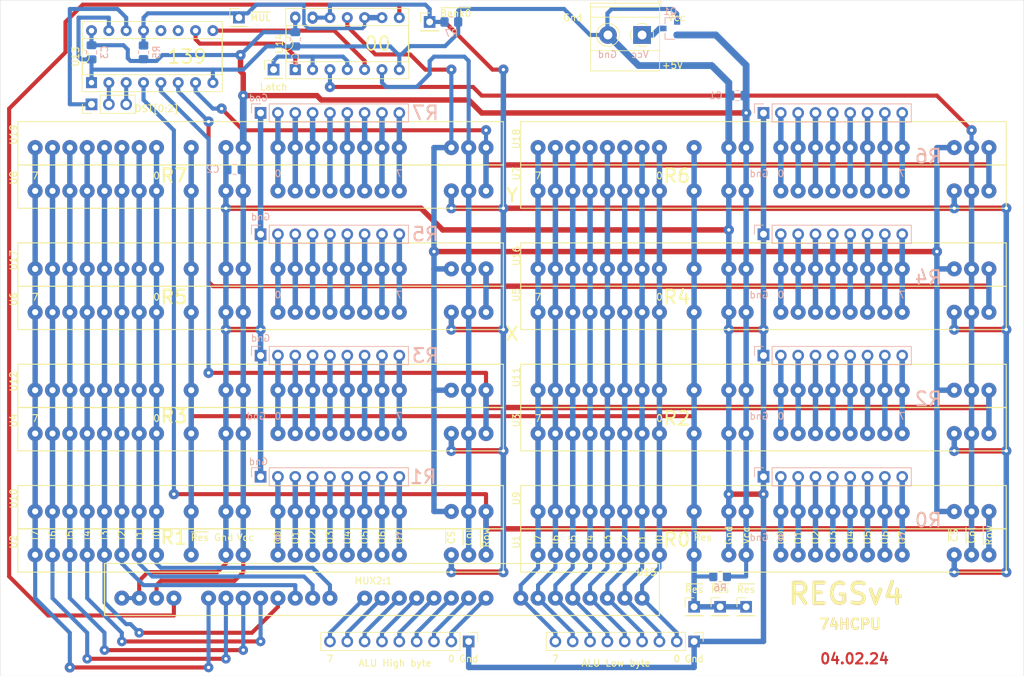
<source format=kicad_pcb>
(kicad_pcb (version 20171130) (host pcbnew "(5.1.8)-1")
  (layers (0 F.Cu signal) (31 B.Cu signal) (34 B.Paste user) (35 F.Paste user) (36 B.SilkS user) (37 F.SilkS user) (38 B.Mask user) (39 F.Mask user) (44 Edge.Cuts user))
  (net 0 "")
  (net 1 /L0)
  (net 2 /L1)
  (net 3 /L2)
  (net 4 /L3)
  (net 5 /L4)
  (net 6 /L5)
  (net 7 /L6)
  (net 8 /L7)
  (net 9 /H0)
  (net 10 /H1)
  (net 11 /H2)
  (net 12 /H3)
  (net 13 /H4)
  (net 14 /H5)
  (net 15 /H6)
  (net 16 /H7)
  (net 17 /R0.7)
  (net 18 /R0.6)
  (net 19 /R0.5)
  (net 20 /R0.4)
  (net 21 /R0.3)
  (net 22 /R0.2)
  (net 23 /R0.1)
  (net 24 /R0.0)
  (net 25 GND)
  (net 26 /R1.7)
  (net 27 /R1.6)
  (net 28 /R1.5)
  (net 29 /R1.4)
  (net 30 /R1.3)
  (net 31 /R1.2)
  (net 32 /R1.1)
  (net 33 /R1.0)
  (net 34 /R2.7)
  (net 35 /R2.6)
  (net 36 /R2.5)
  (net 37 /R2.4)
  (net 38 /R2.3)
  (net 39 /R2.2)
  (net 40 /R2.1)
  (net 41 /R2.0)
  (net 42 /R3.7)
  (net 43 /R3.6)
  (net 44 /R3.5)
  (net 45 /R3.4)
  (net 46 /R3.3)
  (net 47 /R3.2)
  (net 48 /R3.1)
  (net 49 /R3.0)
  (net 50 /R4.7)
  (net 51 /R4.6)
  (net 52 /R4.5)
  (net 53 /R4.4)
  (net 54 /R4.3)
  (net 55 /R4.2)
  (net 56 /R4.1)
  (net 57 /R4.0)
  (net 58 /R5.7)
  (net 59 /R5.6)
  (net 60 /R5.5)
  (net 61 /R5.4)
  (net 62 /R5.3)
  (net 63 /R5.2)
  (net 64 /R5.1)
  (net 65 /R5.0)
  (net 66 /R6.7)
  (net 67 /R6.6)
  (net 68 /R6.5)
  (net 69 /R6.4)
  (net 70 /R6.3)
  (net 71 /R6.2)
  (net 72 /R6.1)
  (net 73 /R6.0)
  (net 74 /R7.7)
  (net 75 /R7.6)
  (net 76 /R7.5)
  (net 77 /R7.4)
  (net 78 /R7.3)
  (net 79 /R7.2)
  (net 80 /R7.1)
  (net 81 /R7.0)
  (net 82 VCC)
  (net 83 /~R0)
  (net 84 /~L)
  (net 85 /~Res)
  (net 86 /~H)
  (net 87 /~R1)
  (net 88 /~R2)
  (net 89 /~R3)
  (net 90 /DST[2])
  (net 91 /DST[1])
  (net 92 /DST[0])
  (net 93 /~MUL)
  (net 94 /Latch)
  (net 95 "Net-(U13-Pad12)")
  (net 96 "Net-(U13-Pad11)")
  (net 97 "Net-(U13-Pad10)")
  (net 98 "Net-(U13-Pad9)")
  (net 99 "Net-(U14-Pad8)")
  (net 100 /ALU_H7)
  (net 101 "Net-(J18-Pad8)")
  (net 102 "Net-(J18-Pad7)")
  (net 103 "Net-(J18-Pad6)")
  (net 104 "Net-(J18-Pad5)")
  (net 105 "Net-(J18-Pad4)")
  (net 106 "Net-(J18-Pad3)")
  (net 107 /ALU_H0)
  (net 108 "Net-(J16-Pad1)")
  (net 109 /~Bank0)
  (net 110 /~Bank1)
  (module CommonLibrary:REG_CNT (layer F.Cu) (at 20.32 36.83 90)
    (fp_text reference U19 (at 1.905 -3.175 90) (layer F.SilkS))
    (fp_text value REG_CNT)
    (pad 22 thru_hole circle (at 0 66.04 90) (size 2.2 2.2) (drill 0.9) (layers *.Cu *.Mask) (net 89 /~R3))
    (pad 21 thru_hole circle (at 0 63.5 90) (size 2.2 2.2) (drill 0.9) (layers *.Cu *.Mask) (net 86 /~H))
    (pad 20 thru_hole circle (at 0 60.96 90) (size 2.2 2.2) (drill 0.9) (layers *.Cu *.Mask) (net 110 /~Bank1))
    (pad 19 thru_hole circle (at 0 53.34 90) (size 2.2 2.2) (drill 0.9) (layers *.Cu *.Mask) (net 74 /R7.7))
    (pad 18 thru_hole circle (at 0 50.8 90) (size 2.2 2.2) (drill 0.9) (layers *.Cu *.Mask) (net 75 /R7.6))
    (pad 17 thru_hole circle (at 0 48.26 90) (size 2.2 2.2) (drill 0.9) (layers *.Cu *.Mask) (net 76 /R7.5))
    (pad 16 thru_hole circle (at 0 45.72 90) (size 2.2 2.2) (drill 0.9) (layers *.Cu *.Mask) (net 77 /R7.4))
    (pad 15 thru_hole circle (at 0 43.18 90) (size 2.2 2.2) (drill 0.9) (layers *.Cu *.Mask) (net 78 /R7.3))
    (pad 14 thru_hole circle (at 0 40.64 90) (size 2.2 2.2) (drill 0.9) (layers *.Cu *.Mask) (net 79 /R7.2))
    (pad 13 thru_hole circle (at 0 38.1 90) (size 2.2 2.2) (drill 0.9) (layers *.Cu *.Mask) (net 80 /R7.1))
    (pad 12 thru_hole circle (at 0 35.56 90) (size 2.2 2.2) (drill 0.9) (layers *.Cu *.Mask) (net 81 /R7.0))
    (pad 11 thru_hole circle (at 0 30.48 90) (size 2.2 2.2) (drill 0.9) (layers *.Cu *.Mask) (net 82 VCC))
    (pad 10 thru_hole circle (at 0 27.94 90) (size 2.2 2.2) (drill 0.9) (layers *.Cu *.Mask) (net 25 GND))
    (pad 9 thru_hole circle (at 0 22.86 90) (size 2.2 2.2) (drill 0.9) (layers *.Cu *.Mask) (net 85 /~Res))
    (pad 8 thru_hole circle (at 0 17.78 90) (size 2.2 2.2) (drill 0.9) (layers *.Cu *.Mask) (net 9 /H0))
    (pad 7 thru_hole circle (at 0 15.24 90) (size 2.2 2.2) (drill 0.9) (layers *.Cu *.Mask) (net 10 /H1))
    (pad 6 thru_hole circle (at 0 12.7 90) (size 2.2 2.2) (drill 0.9) (layers *.Cu *.Mask) (net 11 /H2))
    (pad 5 thru_hole circle (at 0 10.16 90) (size 2.2 2.2) (drill 0.9) (layers *.Cu *.Mask) (net 12 /H3))
    (pad 4 thru_hole circle (at 0 7.62 90) (size 2.2 2.2) (drill 0.9) (layers *.Cu *.Mask) (net 13 /H4))
    (pad 3 thru_hole circle (at 0 5.08 90) (size 2.2 2.2) (drill 0.9) (layers *.Cu *.Mask) (net 14 /H5))
    (pad 2 thru_hole circle (at 0 2.54 90) (size 2.2 2.2) (drill 0.9) (layers *.Cu *.Mask) (net 15 /H6))
    (pad 1 thru_hole circle (at 0 0 90) (size 2.2 2.2) (drill 0.9) (layers *.Cu *.Mask) (net 16 /H7))
  )
  (module CommonLibrary:REG_CNT (layer F.Cu) (at 93.98 36.83 90)
    (fp_text reference U18 (at 1.27 -3.175 90) (layer F.SilkS))
    (fp_text value REG_CNT)
    (pad 22 thru_hole circle (at 0 66.04 90) (size 2.2 2.2) (drill 0.9) (layers *.Cu *.Mask) (net 89 /~R3))
    (pad 21 thru_hole circle (at 0 63.5 90) (size 2.2 2.2) (drill 0.9) (layers *.Cu *.Mask) (net 84 /~L))
    (pad 20 thru_hole circle (at 0 60.96 90) (size 2.2 2.2) (drill 0.9) (layers *.Cu *.Mask) (net 110 /~Bank1))
    (pad 19 thru_hole circle (at 0 53.34 90) (size 2.2 2.2) (drill 0.9) (layers *.Cu *.Mask) (net 66 /R6.7))
    (pad 18 thru_hole circle (at 0 50.8 90) (size 2.2 2.2) (drill 0.9) (layers *.Cu *.Mask) (net 67 /R6.6))
    (pad 17 thru_hole circle (at 0 48.26 90) (size 2.2 2.2) (drill 0.9) (layers *.Cu *.Mask) (net 68 /R6.5))
    (pad 16 thru_hole circle (at 0 45.72 90) (size 2.2 2.2) (drill 0.9) (layers *.Cu *.Mask) (net 69 /R6.4))
    (pad 15 thru_hole circle (at 0 43.18 90) (size 2.2 2.2) (drill 0.9) (layers *.Cu *.Mask) (net 70 /R6.3))
    (pad 14 thru_hole circle (at 0 40.64 90) (size 2.2 2.2) (drill 0.9) (layers *.Cu *.Mask) (net 71 /R6.2))
    (pad 13 thru_hole circle (at 0 38.1 90) (size 2.2 2.2) (drill 0.9) (layers *.Cu *.Mask) (net 72 /R6.1))
    (pad 12 thru_hole circle (at 0 35.56 90) (size 2.2 2.2) (drill 0.9) (layers *.Cu *.Mask) (net 73 /R6.0))
    (pad 11 thru_hole circle (at 0 30.48 90) (size 2.2 2.2) (drill 0.9) (layers *.Cu *.Mask) (net 82 VCC))
    (pad 10 thru_hole circle (at 0 27.94 90) (size 2.2 2.2) (drill 0.9) (layers *.Cu *.Mask) (net 25 GND))
    (pad 9 thru_hole circle (at 0 22.86 90) (size 2.2 2.2) (drill 0.9) (layers *.Cu *.Mask) (net 85 /~Res))
    (pad 8 thru_hole circle (at 0 17.78 90) (size 2.2 2.2) (drill 0.9) (layers *.Cu *.Mask) (net 1 /L0))
    (pad 7 thru_hole circle (at 0 15.24 90) (size 2.2 2.2) (drill 0.9) (layers *.Cu *.Mask) (net 2 /L1))
    (pad 6 thru_hole circle (at 0 12.7 90) (size 2.2 2.2) (drill 0.9) (layers *.Cu *.Mask) (net 3 /L2))
    (pad 5 thru_hole circle (at 0 10.16 90) (size 2.2 2.2) (drill 0.9) (layers *.Cu *.Mask) (net 4 /L3))
    (pad 4 thru_hole circle (at 0 7.62 90) (size 2.2 2.2) (drill 0.9) (layers *.Cu *.Mask) (net 5 /L4))
    (pad 3 thru_hole circle (at 0 5.08 90) (size 2.2 2.2) (drill 0.9) (layers *.Cu *.Mask) (net 6 /L5))
    (pad 2 thru_hole circle (at 0 2.54 90) (size 2.2 2.2) (drill 0.9) (layers *.Cu *.Mask) (net 7 /L6))
    (pad 1 thru_hole circle (at 0 0 90) (size 2.2 2.2) (drill 0.9) (layers *.Cu *.Mask) (net 8 /L7))
  )
  (module CommonLibrary:REG_CNT (layer F.Cu) (at 20.32 54.61 90)
    (fp_text reference U17 (at 1.27 -3.175 90) (layer F.SilkS))
    (fp_text value REG_CNT)
    (pad 22 thru_hole circle (at 0 66.04 90) (size 2.2 2.2) (drill 0.9) (layers *.Cu *.Mask) (net 88 /~R2))
    (pad 21 thru_hole circle (at 0 63.5 90) (size 2.2 2.2) (drill 0.9) (layers *.Cu *.Mask) (net 86 /~H))
    (pad 20 thru_hole circle (at 0 60.96 90) (size 2.2 2.2) (drill 0.9) (layers *.Cu *.Mask) (net 110 /~Bank1))
    (pad 19 thru_hole circle (at 0 53.34 90) (size 2.2 2.2) (drill 0.9) (layers *.Cu *.Mask) (net 58 /R5.7))
    (pad 18 thru_hole circle (at 0 50.8 90) (size 2.2 2.2) (drill 0.9) (layers *.Cu *.Mask) (net 59 /R5.6))
    (pad 17 thru_hole circle (at 0 48.26 90) (size 2.2 2.2) (drill 0.9) (layers *.Cu *.Mask) (net 60 /R5.5))
    (pad 16 thru_hole circle (at 0 45.72 90) (size 2.2 2.2) (drill 0.9) (layers *.Cu *.Mask) (net 61 /R5.4))
    (pad 15 thru_hole circle (at 0 43.18 90) (size 2.2 2.2) (drill 0.9) (layers *.Cu *.Mask) (net 62 /R5.3))
    (pad 14 thru_hole circle (at 0 40.64 90) (size 2.2 2.2) (drill 0.9) (layers *.Cu *.Mask) (net 63 /R5.2))
    (pad 13 thru_hole circle (at 0 38.1 90) (size 2.2 2.2) (drill 0.9) (layers *.Cu *.Mask) (net 64 /R5.1))
    (pad 12 thru_hole circle (at 0 35.56 90) (size 2.2 2.2) (drill 0.9) (layers *.Cu *.Mask) (net 65 /R5.0))
    (pad 11 thru_hole circle (at 0 30.48 90) (size 2.2 2.2) (drill 0.9) (layers *.Cu *.Mask) (net 82 VCC))
    (pad 10 thru_hole circle (at 0 27.94 90) (size 2.2 2.2) (drill 0.9) (layers *.Cu *.Mask) (net 25 GND))
    (pad 9 thru_hole circle (at 0 22.86 90) (size 2.2 2.2) (drill 0.9) (layers *.Cu *.Mask) (net 85 /~Res))
    (pad 8 thru_hole circle (at 0 17.78 90) (size 2.2 2.2) (drill 0.9) (layers *.Cu *.Mask) (net 9 /H0))
    (pad 7 thru_hole circle (at 0 15.24 90) (size 2.2 2.2) (drill 0.9) (layers *.Cu *.Mask) (net 10 /H1))
    (pad 6 thru_hole circle (at 0 12.7 90) (size 2.2 2.2) (drill 0.9) (layers *.Cu *.Mask) (net 11 /H2))
    (pad 5 thru_hole circle (at 0 10.16 90) (size 2.2 2.2) (drill 0.9) (layers *.Cu *.Mask) (net 12 /H3))
    (pad 4 thru_hole circle (at 0 7.62 90) (size 2.2 2.2) (drill 0.9) (layers *.Cu *.Mask) (net 13 /H4))
    (pad 3 thru_hole circle (at 0 5.08 90) (size 2.2 2.2) (drill 0.9) (layers *.Cu *.Mask) (net 14 /H5))
    (pad 2 thru_hole circle (at 0 2.54 90) (size 2.2 2.2) (drill 0.9) (layers *.Cu *.Mask) (net 15 /H6))
    (pad 1 thru_hole circle (at 0 0 90) (size 2.2 2.2) (drill 0.9) (layers *.Cu *.Mask) (net 16 /H7))
  )
  (module CommonLibrary:REG_CNT (layer F.Cu) (at 93.98 54.61 90)
    (fp_text reference U16 (at 1.905 -3.175 90) (layer F.SilkS))
    (fp_text value REG_CNT)
    (pad 22 thru_hole circle (at 0 66.04 90) (size 2.2 2.2) (drill 0.9) (layers *.Cu *.Mask) (net 88 /~R2))
    (pad 21 thru_hole circle (at 0 63.5 90) (size 2.2 2.2) (drill 0.9) (layers *.Cu *.Mask) (net 84 /~L))
    (pad 20 thru_hole circle (at 0 60.96 90) (size 2.2 2.2) (drill 0.9) (layers *.Cu *.Mask) (net 110 /~Bank1))
    (pad 19 thru_hole circle (at 0 53.34 90) (size 2.2 2.2) (drill 0.9) (layers *.Cu *.Mask) (net 50 /R4.7))
    (pad 18 thru_hole circle (at 0 50.8 90) (size 2.2 2.2) (drill 0.9) (layers *.Cu *.Mask) (net 51 /R4.6))
    (pad 17 thru_hole circle (at 0 48.26 90) (size 2.2 2.2) (drill 0.9) (layers *.Cu *.Mask) (net 52 /R4.5))
    (pad 16 thru_hole circle (at 0 45.72 90) (size 2.2 2.2) (drill 0.9) (layers *.Cu *.Mask) (net 53 /R4.4))
    (pad 15 thru_hole circle (at 0 43.18 90) (size 2.2 2.2) (drill 0.9) (layers *.Cu *.Mask) (net 54 /R4.3))
    (pad 14 thru_hole circle (at 0 40.64 90) (size 2.2 2.2) (drill 0.9) (layers *.Cu *.Mask) (net 55 /R4.2))
    (pad 13 thru_hole circle (at 0 38.1 90) (size 2.2 2.2) (drill 0.9) (layers *.Cu *.Mask) (net 56 /R4.1))
    (pad 12 thru_hole circle (at 0 35.56 90) (size 2.2 2.2) (drill 0.9) (layers *.Cu *.Mask) (net 57 /R4.0))
    (pad 11 thru_hole circle (at 0 30.48 90) (size 2.2 2.2) (drill 0.9) (layers *.Cu *.Mask) (net 82 VCC))
    (pad 10 thru_hole circle (at 0 27.94 90) (size 2.2 2.2) (drill 0.9) (layers *.Cu *.Mask) (net 25 GND))
    (pad 9 thru_hole circle (at 0 22.86 90) (size 2.2 2.2) (drill 0.9) (layers *.Cu *.Mask) (net 85 /~Res))
    (pad 8 thru_hole circle (at 0 17.78 90) (size 2.2 2.2) (drill 0.9) (layers *.Cu *.Mask) (net 1 /L0))
    (pad 7 thru_hole circle (at 0 15.24 90) (size 2.2 2.2) (drill 0.9) (layers *.Cu *.Mask) (net 2 /L1))
    (pad 6 thru_hole circle (at 0 12.7 90) (size 2.2 2.2) (drill 0.9) (layers *.Cu *.Mask) (net 3 /L2))
    (pad 5 thru_hole circle (at 0 10.16 90) (size 2.2 2.2) (drill 0.9) (layers *.Cu *.Mask) (net 4 /L3))
    (pad 4 thru_hole circle (at 0 7.62 90) (size 2.2 2.2) (drill 0.9) (layers *.Cu *.Mask) (net 5 /L4))
    (pad 3 thru_hole circle (at 0 5.08 90) (size 2.2 2.2) (drill 0.9) (layers *.Cu *.Mask) (net 6 /L5))
    (pad 2 thru_hole circle (at 0 2.54 90) (size 2.2 2.2) (drill 0.9) (layers *.Cu *.Mask) (net 7 /L6))
    (pad 1 thru_hole circle (at 0 0 90) (size 2.2 2.2) (drill 0.9) (layers *.Cu *.Mask) (net 8 /L7))
  )
  (module CommonLibrary:REG_CNT (layer F.Cu) (at 20.32 72.39 90)
    (fp_text reference U12 (at 1.27 -3.175 90) (layer F.SilkS))
    (fp_text value REG_CNT)
    (pad 22 thru_hole circle (at 0 66.04 90) (size 2.2 2.2) (drill 0.9) (layers *.Cu *.Mask) (net 87 /~R1))
    (pad 21 thru_hole circle (at 0 63.5 90) (size 2.2 2.2) (drill 0.9) (layers *.Cu *.Mask) (net 86 /~H))
    (pad 20 thru_hole circle (at 0 60.96 90) (size 2.2 2.2) (drill 0.9) (layers *.Cu *.Mask) (net 110 /~Bank1))
    (pad 19 thru_hole circle (at 0 53.34 90) (size 2.2 2.2) (drill 0.9) (layers *.Cu *.Mask) (net 42 /R3.7))
    (pad 18 thru_hole circle (at 0 50.8 90) (size 2.2 2.2) (drill 0.9) (layers *.Cu *.Mask) (net 43 /R3.6))
    (pad 17 thru_hole circle (at 0 48.26 90) (size 2.2 2.2) (drill 0.9) (layers *.Cu *.Mask) (net 44 /R3.5))
    (pad 16 thru_hole circle (at 0 45.72 90) (size 2.2 2.2) (drill 0.9) (layers *.Cu *.Mask) (net 45 /R3.4))
    (pad 15 thru_hole circle (at 0 43.18 90) (size 2.2 2.2) (drill 0.9) (layers *.Cu *.Mask) (net 46 /R3.3))
    (pad 14 thru_hole circle (at 0 40.64 90) (size 2.2 2.2) (drill 0.9) (layers *.Cu *.Mask) (net 47 /R3.2))
    (pad 13 thru_hole circle (at 0 38.1 90) (size 2.2 2.2) (drill 0.9) (layers *.Cu *.Mask) (net 48 /R3.1))
    (pad 12 thru_hole circle (at 0 35.56 90) (size 2.2 2.2) (drill 0.9) (layers *.Cu *.Mask) (net 49 /R3.0))
    (pad 11 thru_hole circle (at 0 30.48 90) (size 2.2 2.2) (drill 0.9) (layers *.Cu *.Mask) (net 82 VCC))
    (pad 10 thru_hole circle (at 0 27.94 90) (size 2.2 2.2) (drill 0.9) (layers *.Cu *.Mask) (net 25 GND))
    (pad 9 thru_hole circle (at 0 22.86 90) (size 2.2 2.2) (drill 0.9) (layers *.Cu *.Mask) (net 85 /~Res))
    (pad 8 thru_hole circle (at 0 17.78 90) (size 2.2 2.2) (drill 0.9) (layers *.Cu *.Mask) (net 9 /H0))
    (pad 7 thru_hole circle (at 0 15.24 90) (size 2.2 2.2) (drill 0.9) (layers *.Cu *.Mask) (net 10 /H1))
    (pad 6 thru_hole circle (at 0 12.7 90) (size 2.2 2.2) (drill 0.9) (layers *.Cu *.Mask) (net 11 /H2))
    (pad 5 thru_hole circle (at 0 10.16 90) (size 2.2 2.2) (drill 0.9) (layers *.Cu *.Mask) (net 12 /H3))
    (pad 4 thru_hole circle (at 0 7.62 90) (size 2.2 2.2) (drill 0.9) (layers *.Cu *.Mask) (net 13 /H4))
    (pad 3 thru_hole circle (at 0 5.08 90) (size 2.2 2.2) (drill 0.9) (layers *.Cu *.Mask) (net 14 /H5))
    (pad 2 thru_hole circle (at 0 2.54 90) (size 2.2 2.2) (drill 0.9) (layers *.Cu *.Mask) (net 15 /H6))
    (pad 1 thru_hole circle (at 0 0 90) (size 2.2 2.2) (drill 0.9) (layers *.Cu *.Mask) (net 16 /H7))
  )
  (module CommonLibrary:REG_CNT (layer F.Cu) (at 93.98 72.39 90)
    (fp_text reference U11 (at 1.905 -3.175 90) (layer F.SilkS))
    (fp_text value REG_CNT)
    (pad 22 thru_hole circle (at 0 66.04 90) (size 2.2 2.2) (drill 0.9) (layers *.Cu *.Mask) (net 87 /~R1))
    (pad 21 thru_hole circle (at 0 63.5 90) (size 2.2 2.2) (drill 0.9) (layers *.Cu *.Mask) (net 84 /~L))
    (pad 20 thru_hole circle (at 0 60.96 90) (size 2.2 2.2) (drill 0.9) (layers *.Cu *.Mask) (net 110 /~Bank1))
    (pad 19 thru_hole circle (at 0 53.34 90) (size 2.2 2.2) (drill 0.9) (layers *.Cu *.Mask) (net 34 /R2.7))
    (pad 18 thru_hole circle (at 0 50.8 90) (size 2.2 2.2) (drill 0.9) (layers *.Cu *.Mask) (net 35 /R2.6))
    (pad 17 thru_hole circle (at 0 48.26 90) (size 2.2 2.2) (drill 0.9) (layers *.Cu *.Mask) (net 36 /R2.5))
    (pad 16 thru_hole circle (at 0 45.72 90) (size 2.2 2.2) (drill 0.9) (layers *.Cu *.Mask) (net 37 /R2.4))
    (pad 15 thru_hole circle (at 0 43.18 90) (size 2.2 2.2) (drill 0.9) (layers *.Cu *.Mask) (net 38 /R2.3))
    (pad 14 thru_hole circle (at 0 40.64 90) (size 2.2 2.2) (drill 0.9) (layers *.Cu *.Mask) (net 39 /R2.2))
    (pad 13 thru_hole circle (at 0 38.1 90) (size 2.2 2.2) (drill 0.9) (layers *.Cu *.Mask) (net 40 /R2.1))
    (pad 12 thru_hole circle (at 0 35.56 90) (size 2.2 2.2) (drill 0.9) (layers *.Cu *.Mask) (net 41 /R2.0))
    (pad 11 thru_hole circle (at 0 30.48 90) (size 2.2 2.2) (drill 0.9) (layers *.Cu *.Mask) (net 82 VCC))
    (pad 10 thru_hole circle (at 0 27.94 90) (size 2.2 2.2) (drill 0.9) (layers *.Cu *.Mask) (net 25 GND))
    (pad 9 thru_hole circle (at 0 22.86 90) (size 2.2 2.2) (drill 0.9) (layers *.Cu *.Mask) (net 85 /~Res))
    (pad 8 thru_hole circle (at 0 17.78 90) (size 2.2 2.2) (drill 0.9) (layers *.Cu *.Mask) (net 1 /L0))
    (pad 7 thru_hole circle (at 0 15.24 90) (size 2.2 2.2) (drill 0.9) (layers *.Cu *.Mask) (net 2 /L1))
    (pad 6 thru_hole circle (at 0 12.7 90) (size 2.2 2.2) (drill 0.9) (layers *.Cu *.Mask) (net 3 /L2))
    (pad 5 thru_hole circle (at 0 10.16 90) (size 2.2 2.2) (drill 0.9) (layers *.Cu *.Mask) (net 4 /L3))
    (pad 4 thru_hole circle (at 0 7.62 90) (size 2.2 2.2) (drill 0.9) (layers *.Cu *.Mask) (net 5 /L4))
    (pad 3 thru_hole circle (at 0 5.08 90) (size 2.2 2.2) (drill 0.9) (layers *.Cu *.Mask) (net 6 /L5))
    (pad 2 thru_hole circle (at 0 2.54 90) (size 2.2 2.2) (drill 0.9) (layers *.Cu *.Mask) (net 7 /L6))
    (pad 1 thru_hole circle (at 0 0 90) (size 2.2 2.2) (drill 0.9) (layers *.Cu *.Mask) (net 8 /L7))
  )
  (module CommonLibrary:REG_CNT (layer F.Cu) (at 20.32 90.17 90)
    (fp_text reference U10 (at 1.905 -3.175 90) (layer F.SilkS))
    (fp_text value REG_CNT)
    (pad 22 thru_hole circle (at 0 66.04 90) (size 2.2 2.2) (drill 0.9) (layers *.Cu *.Mask) (net 83 /~R0))
    (pad 21 thru_hole circle (at 0 63.5 90) (size 2.2 2.2) (drill 0.9) (layers *.Cu *.Mask) (net 86 /~H))
    (pad 20 thru_hole circle (at 0 60.96 90) (size 2.2 2.2) (drill 0.9) (layers *.Cu *.Mask) (net 110 /~Bank1))
    (pad 19 thru_hole circle (at 0 53.34 90) (size 2.2 2.2) (drill 0.9) (layers *.Cu *.Mask) (net 26 /R1.7))
    (pad 18 thru_hole circle (at 0 50.8 90) (size 2.2 2.2) (drill 0.9) (layers *.Cu *.Mask) (net 27 /R1.6))
    (pad 17 thru_hole circle (at 0 48.26 90) (size 2.2 2.2) (drill 0.9) (layers *.Cu *.Mask) (net 28 /R1.5))
    (pad 16 thru_hole circle (at 0 45.72 90) (size 2.2 2.2) (drill 0.9) (layers *.Cu *.Mask) (net 29 /R1.4))
    (pad 15 thru_hole circle (at 0 43.18 90) (size 2.2 2.2) (drill 0.9) (layers *.Cu *.Mask) (net 30 /R1.3))
    (pad 14 thru_hole circle (at 0 40.64 90) (size 2.2 2.2) (drill 0.9) (layers *.Cu *.Mask) (net 31 /R1.2))
    (pad 13 thru_hole circle (at 0 38.1 90) (size 2.2 2.2) (drill 0.9) (layers *.Cu *.Mask) (net 32 /R1.1))
    (pad 12 thru_hole circle (at 0 35.56 90) (size 2.2 2.2) (drill 0.9) (layers *.Cu *.Mask) (net 33 /R1.0))
    (pad 11 thru_hole circle (at 0 30.48 90) (size 2.2 2.2) (drill 0.9) (layers *.Cu *.Mask) (net 82 VCC))
    (pad 10 thru_hole circle (at 0 27.94 90) (size 2.2 2.2) (drill 0.9) (layers *.Cu *.Mask) (net 25 GND))
    (pad 9 thru_hole circle (at 0 22.86 90) (size 2.2 2.2) (drill 0.9) (layers *.Cu *.Mask) (net 85 /~Res))
    (pad 8 thru_hole circle (at 0 17.78 90) (size 2.2 2.2) (drill 0.9) (layers *.Cu *.Mask) (net 9 /H0))
    (pad 7 thru_hole circle (at 0 15.24 90) (size 2.2 2.2) (drill 0.9) (layers *.Cu *.Mask) (net 10 /H1))
    (pad 6 thru_hole circle (at 0 12.7 90) (size 2.2 2.2) (drill 0.9) (layers *.Cu *.Mask) (net 11 /H2))
    (pad 5 thru_hole circle (at 0 10.16 90) (size 2.2 2.2) (drill 0.9) (layers *.Cu *.Mask) (net 12 /H3))
    (pad 4 thru_hole circle (at 0 7.62 90) (size 2.2 2.2) (drill 0.9) (layers *.Cu *.Mask) (net 13 /H4))
    (pad 3 thru_hole circle (at 0 5.08 90) (size 2.2 2.2) (drill 0.9) (layers *.Cu *.Mask) (net 14 /H5))
    (pad 2 thru_hole circle (at 0 2.54 90) (size 2.2 2.2) (drill 0.9) (layers *.Cu *.Mask) (net 15 /H6))
    (pad 1 thru_hole circle (at 0 0 90) (size 2.2 2.2) (drill 0.9) (layers *.Cu *.Mask) (net 16 /H7))
  )
  (module CommonLibrary:REG_CNT (layer F.Cu) (at 93.98 90.17 90)
    (fp_text reference U9 (at 1.905 -3.175 90) (layer F.SilkS))
    (fp_text value REG_CNT)
    (pad 22 thru_hole circle (at 0 66.04 90) (size 2.2 2.2) (drill 0.9) (layers *.Cu *.Mask) (net 83 /~R0))
    (pad 21 thru_hole circle (at 0 63.5 90) (size 2.2 2.2) (drill 0.9) (layers *.Cu *.Mask) (net 84 /~L))
    (pad 20 thru_hole circle (at 0 60.96 90) (size 2.2 2.2) (drill 0.9) (layers *.Cu *.Mask) (net 110 /~Bank1))
    (pad 19 thru_hole circle (at 0 53.34 90) (size 2.2 2.2) (drill 0.9) (layers *.Cu *.Mask) (net 17 /R0.7))
    (pad 18 thru_hole circle (at 0 50.8 90) (size 2.2 2.2) (drill 0.9) (layers *.Cu *.Mask) (net 18 /R0.6))
    (pad 17 thru_hole circle (at 0 48.26 90) (size 2.2 2.2) (drill 0.9) (layers *.Cu *.Mask) (net 19 /R0.5))
    (pad 16 thru_hole circle (at 0 45.72 90) (size 2.2 2.2) (drill 0.9) (layers *.Cu *.Mask) (net 20 /R0.4))
    (pad 15 thru_hole circle (at 0 43.18 90) (size 2.2 2.2) (drill 0.9) (layers *.Cu *.Mask) (net 21 /R0.3))
    (pad 14 thru_hole circle (at 0 40.64 90) (size 2.2 2.2) (drill 0.9) (layers *.Cu *.Mask) (net 22 /R0.2))
    (pad 13 thru_hole circle (at 0 38.1 90) (size 2.2 2.2) (drill 0.9) (layers *.Cu *.Mask) (net 23 /R0.1))
    (pad 12 thru_hole circle (at 0 35.56 90) (size 2.2 2.2) (drill 0.9) (layers *.Cu *.Mask) (net 24 /R0.0))
    (pad 11 thru_hole circle (at 0 30.48 90) (size 2.2 2.2) (drill 0.9) (layers *.Cu *.Mask) (net 82 VCC))
    (pad 10 thru_hole circle (at 0 27.94 90) (size 2.2 2.2) (drill 0.9) (layers *.Cu *.Mask) (net 25 GND))
    (pad 9 thru_hole circle (at 0 22.86 90) (size 2.2 2.2) (drill 0.9) (layers *.Cu *.Mask) (net 85 /~Res))
    (pad 8 thru_hole circle (at 0 17.78 90) (size 2.2 2.2) (drill 0.9) (layers *.Cu *.Mask) (net 1 /L0))
    (pad 7 thru_hole circle (at 0 15.24 90) (size 2.2 2.2) (drill 0.9) (layers *.Cu *.Mask) (net 2 /L1))
    (pad 6 thru_hole circle (at 0 12.7 90) (size 2.2 2.2) (drill 0.9) (layers *.Cu *.Mask) (net 3 /L2))
    (pad 5 thru_hole circle (at 0 10.16 90) (size 2.2 2.2) (drill 0.9) (layers *.Cu *.Mask) (net 4 /L3))
    (pad 4 thru_hole circle (at 0 7.62 90) (size 2.2 2.2) (drill 0.9) (layers *.Cu *.Mask) (net 5 /L4))
    (pad 3 thru_hole circle (at 0 5.08 90) (size 2.2 2.2) (drill 0.9) (layers *.Cu *.Mask) (net 6 /L5))
    (pad 2 thru_hole circle (at 0 2.54 90) (size 2.2 2.2) (drill 0.9) (layers *.Cu *.Mask) (net 7 /L6))
    (pad 1 thru_hole circle (at 0 0 90) (size 2.2 2.2) (drill 0.9) (layers *.Cu *.Mask) (net 8 /L7))
  )
  (module Connector_PinHeader_2.54mm:PinHeader_1x01_P2.54mm_Vertical (layer F.Cu) (at 124.46 104.14)
    (fp_text reference J20 hide)
    (fp_text value Conn_01x01_Male)
    (pad 1 thru_hole rect (at 0 0) (size 1.7 1.7) (drill 1) (layers *.Cu *.Mask) (net 85 /~Res))
  )
  (module Connector_PinHeader_2.54mm:PinHeader_1x01_P2.54mm_Vertical (layer F.Cu) (at 120.65 104.14)
    (fp_text reference J19 hide)
    (fp_text value Conn_01x01_Male)
    (pad 1 thru_hole rect (at 0 0) (size 1.7 1.7) (drill 1) (layers *.Cu *.Mask) (net 85 /~Res))
  )
  (module Resistor_SMD:R_0805_2012Metric_Pad1.20x1.40mm_HandSolder (layer B.Cu) (at 81.28 18.415)
    (fp_text reference R7 (at 0 1.65 180) (layer B.SilkS) (effects (justify mirror)))
    (fp_text value 10k)
    (pad 2 smd roundrect (at 1 0) (size 1.2 1.4) (layers B.Cu B.Paste B.Mask) (roundrect_rratio 0.208333) (net 25 GND))
    (pad 1 smd roundrect (at -1 0) (size 1.2 1.4) (layers B.Cu B.Paste B.Mask) (roundrect_rratio 0.208333) (net 109 /~Bank0))
  )
  (module Package_TO_SOT_SMD:SOT-23 (layer B.Cu) (at 113.3475 19.3675 180)
    (fp_text reference Q1 (at 0 2.5 180) (layer B.SilkS) (effects (justify mirror)))
    (fp_text value IRLML5203)
    (pad 3 smd rect (at 1 0 180) (size 0.9 0.8) (layers B.Cu B.Paste B.Mask) (net 108 "Net-(J16-Pad1)"))
    (pad 2 smd rect (at -1 -0.95 180) (size 0.9 0.8) (layers B.Cu B.Paste B.Mask) (net 82 VCC))
    (pad 1 smd rect (at -1 0.95 180) (size 0.9 0.8) (layers B.Cu B.Paste B.Mask) (net 25 GND))
  )
  (module Capacitor_SMD:C_0805_2012Metric_Pad1.18x1.45mm_HandSolder (layer B.Cu) (at 58.42 20.955 270)
    (fp_text reference C4 (at 2.9425 0 90) (layer B.SilkS) (effects (justify mirror)))
    (fp_text value 0.1uF)
    (pad 2 smd roundrect (at 1.0375 0 270) (size 1.175 1.45) (layers B.Cu B.Paste B.Mask) (roundrect_rratio 0.212766) (net 25 GND))
    (pad 1 smd roundrect (at -1.0375 0 270) (size 1.175 1.45) (layers B.Cu B.Paste B.Mask) (roundrect_rratio 0.212766) (net 82 VCC))
  )
  (module Capacitor_SMD:C_0805_2012Metric_Pad1.18x1.45mm_HandSolder (layer B.Cu) (at 28.575 22.86 270)
    (fp_text reference C3 (at 0 -1.905 90) (layer B.SilkS) (effects (justify mirror)))
    (fp_text value 0.1uF)
    (pad 2 smd roundrect (at 1.0375 0 270) (size 1.175 1.45) (layers B.Cu B.Paste B.Mask) (roundrect_rratio 0.212766) (net 25 GND))
    (pad 1 smd roundrect (at -1.0375 0 270) (size 1.175 1.45) (layers B.Cu B.Paste B.Mask) (roundrect_rratio 0.212766) (net 82 VCC))
  )
  (module Capacitor_SMD:C_0805_2012Metric_Pad1.18x1.45mm_HandSolder (layer B.Cu) (at 49.53 40.005 180)
    (fp_text reference C2 (at 3.175 0) (layer B.SilkS) (effects (justify mirror)))
    (fp_text value 0.1uF)
    (pad 2 smd roundrect (at 1.0375 0 180) (size 1.175 1.45) (layers B.Cu B.Paste B.Mask) (roundrect_rratio 0.212766) (net 25 GND))
    (pad 1 smd roundrect (at -1.0375 0 180) (size 1.175 1.45) (layers B.Cu B.Paste B.Mask) (roundrect_rratio 0.212766) (net 82 VCC))
  )
  (module Capacitor_SMD:C_0805_2012Metric_Pad1.18x1.45mm_HandSolder (layer B.Cu) (at 123.19 29.21 180)
    (fp_text reference C1 (at 3.175 0) (layer B.SilkS) (effects (justify mirror)))
    (fp_text value 0.1uF)
    (pad 2 smd roundrect (at 1.0375 0 180) (size 1.175 1.45) (layers B.Cu B.Paste B.Mask) (roundrect_rratio 0.212766) (net 25 GND))
    (pad 1 smd roundrect (at -1.0375 0 180) (size 1.175 1.45) (layers B.Cu B.Paste B.Mask) (roundrect_rratio 0.212766) (net 82 VCC))
  )
  (module Resistor_SMD:R_0805_2012Metric_Pad1.20x1.40mm_HandSolder (layer B.Cu) (at 120.65 99.695)
    (fp_text reference R6 (at 0 1.65) (layer B.SilkS) (effects (justify mirror)))
    (fp_text value 10k)
    (pad 2 smd roundrect (at 1 0) (size 1.2 1.4) (layers B.Cu B.Paste B.Mask) (roundrect_rratio 0.208333) (net 82 VCC))
    (pad 1 smd roundrect (at -1 0) (size 1.2 1.4) (layers B.Cu B.Paste B.Mask) (roundrect_rratio 0.208333) (net 85 /~Res))
  )
  (module Resistor_SMD:R_0805_2012Metric_Pad1.20x1.40mm_HandSolder (layer B.Cu) (at 36.195 22.86 270)
    (fp_text reference R5 (at 0 -1.905 90) (layer B.SilkS) (effects (justify mirror)))
    (fp_text value 10k)
    (pad 2 smd roundrect (at 1 0 270) (size 1.2 1.4) (layers B.Cu B.Paste B.Mask) (roundrect_rratio 0.208333) (net 82 VCC))
    (pad 1 smd roundrect (at -1 0 270) (size 1.2 1.4) (layers B.Cu B.Paste B.Mask) (roundrect_rratio 0.208333) (net 93 /~MUL))
  )
  (module Connector_PinHeader_2.54mm:PinHeader_1x09_P2.54mm_Vertical (layer F.Cu) (at 83.82 109.22 270)
    (fp_text reference J18 hide)
    (fp_text value Conn_01x09_Male)
    (pad 9 thru_hole oval (at 0 20.32 270) (size 1.7 1.7) (drill 1) (layers *.Cu *.Mask) (net 100 /ALU_H7))
    (pad 8 thru_hole oval (at 0 17.78 270) (size 1.7 1.7) (drill 1) (layers *.Cu *.Mask) (net 101 "Net-(J18-Pad8)"))
    (pad 7 thru_hole oval (at 0 15.24 270) (size 1.7 1.7) (drill 1) (layers *.Cu *.Mask) (net 102 "Net-(J18-Pad7)"))
    (pad 6 thru_hole oval (at 0 12.7 270) (size 1.7 1.7) (drill 1) (layers *.Cu *.Mask) (net 103 "Net-(J18-Pad6)"))
    (pad 5 thru_hole oval (at 0 10.16 270) (size 1.7 1.7) (drill 1) (layers *.Cu *.Mask) (net 104 "Net-(J18-Pad5)"))
    (pad 4 thru_hole oval (at 0 7.62 270) (size 1.7 1.7) (drill 1) (layers *.Cu *.Mask) (net 105 "Net-(J18-Pad4)"))
    (pad 3 thru_hole oval (at 0 5.08 270) (size 1.7 1.7) (drill 1) (layers *.Cu *.Mask) (net 106 "Net-(J18-Pad3)"))
    (pad 2 thru_hole oval (at 0 2.54 270) (size 1.7 1.7) (drill 1) (layers *.Cu *.Mask) (net 107 /ALU_H0))
    (pad 1 thru_hole rect (at 0 0 270) (size 1.7 1.7) (drill 1) (layers *.Cu *.Mask) (net 25 GND))
  )
  (module Connector_PinHeader_2.54mm:PinHeader_1x09_P2.54mm_Vertical (layer F.Cu) (at 116.84 109.22 270)
    (fp_text reference J17 hide)
    (fp_text value Conn_01x09_Male)
    (pad 9 thru_hole oval (at 0 20.32 270) (size 1.7 1.7) (drill 1) (layers *.Cu *.Mask) (net 8 /L7))
    (pad 8 thru_hole oval (at 0 17.78 270) (size 1.7 1.7) (drill 1) (layers *.Cu *.Mask) (net 7 /L6))
    (pad 7 thru_hole oval (at 0 15.24 270) (size 1.7 1.7) (drill 1) (layers *.Cu *.Mask) (net 6 /L5))
    (pad 6 thru_hole oval (at 0 12.7 270) (size 1.7 1.7) (drill 1) (layers *.Cu *.Mask) (net 5 /L4))
    (pad 5 thru_hole oval (at 0 10.16 270) (size 1.7 1.7) (drill 1) (layers *.Cu *.Mask) (net 4 /L3))
    (pad 4 thru_hole oval (at 0 7.62 270) (size 1.7 1.7) (drill 1) (layers *.Cu *.Mask) (net 3 /L2))
    (pad 3 thru_hole oval (at 0 5.08 270) (size 1.7 1.7) (drill 1) (layers *.Cu *.Mask) (net 2 /L1))
    (pad 2 thru_hole oval (at 0 2.54 270) (size 1.7 1.7) (drill 1) (layers *.Cu *.Mask) (net 1 /L0))
    (pad 1 thru_hole rect (at 0 0 270) (size 1.7 1.7) (drill 1) (layers *.Cu *.Mask) (net 25 GND))
  )
  (module CommonLibrary:CMDwoC (layer F.Cu) (at 109.22 102.87 270)
    (fp_text reference U15 (at -3.81 -0.635 180) (layer F.SilkS))
    (fp_text value MUX2-1)
    (pad 28 thru_hole circle (at 0 76.2 270) (size 2.2 2.2) (drill 0.9) (layers *.Cu *.Mask) (net 25 GND))
    (pad 27 thru_hole circle (at 0 73.66 270) (size 2.2 2.2) (drill 0.9) (layers *.Cu *.Mask) (net 25 GND))
    (pad 26 thru_hole circle (at 0 71.12 270) (size 2.2 2.2) (drill 0.9) (layers *.Cu *.Mask) (net 82 VCC))
    (pad 25 thru_hole circle (at 0 68.58 270) (size 2.2 2.2) (drill 0.9) (layers *.Cu *.Mask) (net 99 "Net-(U14-Pad8)"))
    (pad 24 thru_hole circle (at 0 63.5 270) (size 2.2 2.2) (drill 0.9) (layers *.Cu *.Mask) (net 16 /H7))
    (pad 23 thru_hole circle (at 0 60.96 270) (size 2.2 2.2) (drill 0.9) (layers *.Cu *.Mask) (net 15 /H6))
    (pad 22 thru_hole circle (at 0 58.42 270) (size 2.2 2.2) (drill 0.9) (layers *.Cu *.Mask) (net 14 /H5))
    (pad 21 thru_hole circle (at 0 55.88 270) (size 2.2 2.2) (drill 0.9) (layers *.Cu *.Mask) (net 13 /H4))
    (pad 20 thru_hole circle (at 0 53.34 270) (size 2.2 2.2) (drill 0.9) (layers *.Cu *.Mask) (net 12 /H3))
    (pad 19 thru_hole circle (at 0 50.8 270) (size 2.2 2.2) (drill 0.9) (layers *.Cu *.Mask) (net 11 /H2))
    (pad 18 thru_hole circle (at 0 48.26 270) (size 2.2 2.2) (drill 0.9) (layers *.Cu *.Mask) (net 10 /H1))
    (pad 17 thru_hole circle (at 0 45.72 270) (size 2.2 2.2) (drill 0.9) (layers *.Cu *.Mask) (net 9 /H0))
    (pad 16 thru_hole circle (at 0 40.64 270) (size 2.2 2.2) (drill 0.9) (layers *.Cu *.Mask) (net 100 /ALU_H7))
    (pad 15 thru_hole circle (at 0 38.1 270) (size 2.2 2.2) (drill 0.9) (layers *.Cu *.Mask) (net 101 "Net-(J18-Pad8)"))
    (pad 14 thru_hole circle (at 0 35.56 270) (size 2.2 2.2) (drill 0.9) (layers *.Cu *.Mask) (net 102 "Net-(J18-Pad7)"))
    (pad 13 thru_hole circle (at 0 33.02 270) (size 2.2 2.2) (drill 0.9) (layers *.Cu *.Mask) (net 103 "Net-(J18-Pad6)"))
    (pad 12 thru_hole circle (at 0 30.48 270) (size 2.2 2.2) (drill 0.9) (layers *.Cu *.Mask) (net 104 "Net-(J18-Pad5)"))
    (pad 11 thru_hole circle (at 0 27.94 270) (size 2.2 2.2) (drill 0.9) (layers *.Cu *.Mask) (net 105 "Net-(J18-Pad4)"))
    (pad 10 thru_hole circle (at 0 25.4 270) (size 2.2 2.2) (drill 0.9) (layers *.Cu *.Mask) (net 106 "Net-(J18-Pad3)"))
    (pad 9 thru_hole circle (at 0 22.86 270) (size 2.2 2.2) (drill 0.9) (layers *.Cu *.Mask) (net 107 /ALU_H0))
    (pad 8 thru_hole circle (at 0 17.78 270) (size 2.2 2.2) (drill 0.9) (layers *.Cu *.Mask) (net 8 /L7))
    (pad 7 thru_hole circle (at 0 15.24 270) (size 2.2 2.2) (drill 0.9) (layers *.Cu *.Mask) (net 7 /L6))
    (pad 6 thru_hole circle (at 0 12.7 270) (size 2.2 2.2) (drill 0.9) (layers *.Cu *.Mask) (net 6 /L5))
    (pad 5 thru_hole circle (at 0 10.16 270) (size 2.2 2.2) (drill 0.9) (layers *.Cu *.Mask) (net 5 /L4))
    (pad 4 thru_hole circle (at 0 7.62 270) (size 2.2 2.2) (drill 0.9) (layers *.Cu *.Mask) (net 4 /L3))
    (pad 3 thru_hole circle (at 0 5.08 270) (size 2.2 2.2) (drill 0.9) (layers *.Cu *.Mask) (net 3 /L2))
    (pad 2 thru_hole circle (at 0 2.54 270) (size 2.2 2.2) (drill 0.9) (layers *.Cu *.Mask) (net 2 /L1))
    (pad 1 thru_hole circle (at 0 0 270) (size 2.2 2.2) (drill 0.9) (layers *.Cu *.Mask) (net 1 /L0))
  )
  (module TerminalBlock_Phoenix:TerminalBlock_Phoenix_MKDS-1,5-2_1x02_P5.00mm_Horizontal (layer F.Cu) (at 109.22 20.32 180)
    (fp_text reference J16 hide)
    (fp_text value Screw_Terminal_01x02)
    (pad 2 thru_hole circle (at 5 0 180) (size 2.6 2.6) (drill 1.3) (layers *.Cu *.Mask) (net 25 GND))
    (pad 1 thru_hole rect (at 0 0 180) (size 2.6 2.6) (drill 1.3) (layers *.Cu *.Mask) (net 108 "Net-(J16-Pad1)"))
  )
  (module Package_DIP:DIP-14_W7.62mm_Socket (layer F.Cu) (at 58.42 25.4 90)
    (fp_text reference U14 (at 3.81 -2.33 90) (layer F.SilkS))
    (fp_text value 74HC00)
    (pad 14 thru_hole oval (at 7.62 0 90) (size 1.8 1.5) (drill 0.8) (layers *.Cu *.Mask) (net 82 VCC))
    (pad 7 thru_hole oval (at 0 15.24 90) (size 1.6 1.6) (drill 0.8) (layers *.Cu *.Mask) (net 25 GND))
    (pad 13 thru_hole oval (at 7.62 2.54 90) (size 1.8 1.5) (drill 0.8) (layers *.Cu *.Mask) (net 109 /~Bank0))
    (pad 6 thru_hole oval (at 0 12.7 90) (size 1.6 1.6) (drill 0.8) (layers *.Cu *.Mask) (net 86 /~H))
    (pad 12 thru_hole oval (at 7.62 5.08 90) (size 1.6 1.6) (drill 0.8) (layers *.Cu *.Mask) (net 109 /~Bank0))
    (pad 5 thru_hole oval (at 0 10.16 90) (size 1.6 1.6) (drill 0.8) (layers *.Cu *.Mask) (net 98 "Net-(U13-Pad9)"))
    (pad 11 thru_hole oval (at 7.62 7.62 90) (size 1.6 1.6) (drill 0.8) (layers *.Cu *.Mask) (net 110 /~Bank1))
    (pad 4 thru_hole oval (at 0 7.62 90) (size 1.6 1.6) (drill 0.8) (layers *.Cu *.Mask) (net 94 /Latch))
    (pad 10 thru_hole oval (at 7.62 10.16 90) (size 1.6 1.6) (drill 0.8) (layers *.Cu *.Mask) (net 93 /~MUL))
    (pad 3 thru_hole oval (at 0 5.08 90) (size 1.6 1.6) (drill 0.8) (layers *.Cu *.Mask) (net 84 /~L))
    (pad 9 thru_hole oval (at 7.62 12.7 90) (size 1.6 1.6) (drill 0.8) (layers *.Cu *.Mask) (net 93 /~MUL))
    (pad 2 thru_hole oval (at 0 2.54 90) (size 1.6 1.6) (drill 0.8) (layers *.Cu *.Mask) (net 94 /Latch))
    (pad 8 thru_hole oval (at 7.62 15.24 90) (size 1.6 1.6) (drill 0.8) (layers *.Cu *.Mask) (net 99 "Net-(U14-Pad8)"))
    (pad 1 thru_hole rect (at 0 0 90) (size 1.6 1.6) (drill 0.8) (layers *.Cu *.Mask) (net 97 "Net-(U13-Pad10)"))
  )
  (module Package_DIP:DIP-16_W7.62mm_Socket (layer F.Cu) (at 28.575 27.305 90)
    (fp_text reference U13 (at 3.81 -2.33 90) (layer F.SilkS))
    (fp_text value 74LS139)
    (pad 16 thru_hole oval (at 7.62 0 90) (size 1.6 1.6) (drill 0.8) (layers *.Cu *.Mask) (net 82 VCC))
    (pad 8 thru_hole oval (at 0 17.78 90) (size 1.6 1.6) (drill 0.8) (layers *.Cu *.Mask) (net 25 GND))
    (pad 15 thru_hole oval (at 7.62 2.54 90) (size 1.6 1.6) (drill 0.8) (layers *.Cu *.Mask) (net 25 GND))
    (pad 7 thru_hole oval (at 0 15.24 90) (size 1.6 1.6) (drill 0.8) (layers *.Cu *.Mask) (net 89 /~R3))
    (pad 14 thru_hole oval (at 7.62 5.08 90) (size 1.6 1.6) (drill 0.8) (layers *.Cu *.Mask) (net 92 /DST[0]))
    (pad 6 thru_hole oval (at 0 12.7 90) (size 1.6 1.6) (drill 0.8) (layers *.Cu *.Mask) (net 88 /~R2))
    (pad 13 thru_hole oval (at 7.62 7.62 90) (size 1.6 1.6) (drill 0.8) (layers *.Cu *.Mask) (net 93 /~MUL))
    (pad 5 thru_hole oval (at 0 10.16 90) (size 1.6 1.6) (drill 0.8) (layers *.Cu *.Mask) (net 87 /~R1))
    (pad 12 thru_hole oval (at 7.62 10.16 90) (size 1.6 1.6) (drill 0.8) (layers *.Cu *.Mask) (net 95 "Net-(U13-Pad12)"))
    (pad 4 thru_hole oval (at 0 7.62 90) (size 1.6 1.6) (drill 0.8) (layers *.Cu *.Mask) (net 83 /~R0))
    (pad 11 thru_hole oval (at 7.62 12.7 90) (size 1.6 1.6) (drill 0.8) (layers *.Cu *.Mask) (net 96 "Net-(U13-Pad11)"))
    (pad 3 thru_hole oval (at 0 5.08 90) (size 1.6 1.6) (drill 0.8) (layers *.Cu *.Mask) (net 90 /DST[2]))
    (pad 10 thru_hole oval (at 7.62 15.24 90) (size 1.6 1.6) (drill 0.8) (layers *.Cu *.Mask) (net 97 "Net-(U13-Pad10)"))
    (pad 2 thru_hole oval (at 0 2.54 90) (size 1.6 1.6) (drill 0.8) (layers *.Cu *.Mask) (net 91 /DST[1]))
    (pad 9 thru_hole oval (at 7.62 17.78 90) (size 1.6 1.6) (drill 0.8) (layers *.Cu *.Mask) (net 98 "Net-(U13-Pad9)"))
    (pad 1 thru_hole rect (at 0 0 90) (size 1.6 1.6) (drill 0.8) (layers *.Cu *.Mask) (net 25 GND))
  )
  (module Connector_PinHeader_2.54mm:PinHeader_1x01_P2.54mm_Vertical (layer F.Cu) (at 55.245 25.4)
    (fp_text reference J15 hide)
    (fp_text value Conn_01x01_Male)
    (pad 1 thru_hole rect (at 0 0) (size 1.7 1.7) (drill 1) (layers *.Cu *.Mask) (net 94 /Latch))
  )
  (module Connector_PinHeader_2.54mm:PinHeader_1x01_P2.54mm_Vertical (layer F.Cu) (at 78.105 18.415)
    (fp_text reference J14 hide)
    (fp_text value Conn_01x01_Male)
    (pad 1 thru_hole rect (at 0 0) (size 1.7 1.7) (drill 1) (layers *.Cu *.Mask) (net 109 /~Bank0))
  )
  (module Connector_PinHeader_2.54mm:PinHeader_1x01_P2.54mm_Vertical (layer F.Cu) (at 116.84 104.14)
    (fp_text reference J13 hide)
    (fp_text value Conn_01x01_Male)
    (pad 1 thru_hole rect (at 0 0) (size 1.7 1.7) (drill 1) (layers *.Cu *.Mask) (net 85 /~Res))
  )
  (module Connector_PinHeader_2.54mm:PinHeader_1x01_P2.54mm_Vertical (layer F.Cu) (at 50.165 17.78)
    (fp_text reference J12 hide)
    (fp_text value Conn_01x01_Male)
    (pad 1 thru_hole rect (at 0 0) (size 1.7 1.7) (drill 1) (layers *.Cu *.Mask) (net 93 /~MUL))
  )
  (module Connector_PinHeader_2.54mm:PinHeader_1x03_P2.54mm_Vertical (layer F.Cu) (at 28.575 30.48 90)
    (fp_text reference J11 hide)
    (fp_text value Conn_01x03_Male)
    (pad 3 thru_hole oval (at 0 5.08 90) (size 1.7 1.7) (drill 1) (layers *.Cu *.Mask) (net 90 /DST[2]))
    (pad 2 thru_hole oval (at 0 2.54 90) (size 1.7 1.7) (drill 1) (layers *.Cu *.Mask) (net 91 /DST[1]))
    (pad 1 thru_hole rect (at 0 0 90) (size 1.7 1.7) (drill 1) (layers *.Cu *.Mask) (net 92 /DST[0]))
  )
  (module Connector_PinHeader_2.54mm:PinHeader_1x09_P2.54mm_Vertical (layer B.Cu) (at 53.34 31.75 270)
    (fp_text reference J8 hide)
    (fp_text value Conn_01x09_Male)
    (pad 9 thru_hole oval (at 0 -20.32 270) (size 1.7 1.7) (drill 1) (layers *.Cu *.Mask) (net 74 /R7.7))
    (pad 8 thru_hole oval (at 0 -17.78 270) (size 1.7 1.7) (drill 1) (layers *.Cu *.Mask) (net 75 /R7.6))
    (pad 7 thru_hole oval (at 0 -15.24 270) (size 1.7 1.7) (drill 1) (layers *.Cu *.Mask) (net 76 /R7.5))
    (pad 6 thru_hole oval (at 0 -12.7 270) (size 1.7 1.7) (drill 1) (layers *.Cu *.Mask) (net 77 /R7.4))
    (pad 5 thru_hole oval (at 0 -10.16 270) (size 1.7 1.7) (drill 1) (layers *.Cu *.Mask) (net 78 /R7.3))
    (pad 4 thru_hole oval (at 0 -7.62 270) (size 1.7 1.7) (drill 1) (layers *.Cu *.Mask) (net 79 /R7.2))
    (pad 3 thru_hole oval (at 0 -5.08 270) (size 1.7 1.7) (drill 1) (layers *.Cu *.Mask) (net 80 /R7.1))
    (pad 2 thru_hole oval (at 0 -2.54 270) (size 1.7 1.7) (drill 1) (layers *.Cu *.Mask) (net 81 /R7.0))
    (pad 1 thru_hole rect (at 0 0 270) (size 1.7 1.7) (drill 1) (layers *.Cu *.Mask) (net 25 GND))
  )
  (module Connector_PinHeader_2.54mm:PinHeader_1x09_P2.54mm_Vertical (layer B.Cu) (at 127 31.75 270)
    (fp_text reference J7 hide)
    (fp_text value Conn_01x09_Male)
    (pad 9 thru_hole oval (at 0 -20.32 270) (size 1.7 1.7) (drill 1) (layers *.Cu *.Mask) (net 66 /R6.7))
    (pad 8 thru_hole oval (at 0 -17.78 270) (size 1.7 1.7) (drill 1) (layers *.Cu *.Mask) (net 67 /R6.6))
    (pad 7 thru_hole oval (at 0 -15.24 270) (size 1.7 1.7) (drill 1) (layers *.Cu *.Mask) (net 68 /R6.5))
    (pad 6 thru_hole oval (at 0 -12.7 270) (size 1.7 1.7) (drill 1) (layers *.Cu *.Mask) (net 69 /R6.4))
    (pad 5 thru_hole oval (at 0 -10.16 270) (size 1.7 1.7) (drill 1) (layers *.Cu *.Mask) (net 70 /R6.3))
    (pad 4 thru_hole oval (at 0 -7.62 270) (size 1.7 1.7) (drill 1) (layers *.Cu *.Mask) (net 71 /R6.2))
    (pad 3 thru_hole oval (at 0 -5.08 270) (size 1.7 1.7) (drill 1) (layers *.Cu *.Mask) (net 72 /R6.1))
    (pad 2 thru_hole oval (at 0 -2.54 270) (size 1.7 1.7) (drill 1) (layers *.Cu *.Mask) (net 73 /R6.0))
    (pad 1 thru_hole rect (at 0 0 270) (size 1.7 1.7) (drill 1) (layers *.Cu *.Mask) (net 25 GND))
  )
  (module Connector_PinHeader_2.54mm:PinHeader_1x09_P2.54mm_Vertical (layer B.Cu) (at 53.34 49.53 270)
    (fp_text reference J6 hide)
    (fp_text value Conn_01x09_Male)
    (pad 9 thru_hole oval (at 0 -20.32 270) (size 1.7 1.7) (drill 1) (layers *.Cu *.Mask) (net 58 /R5.7))
    (pad 8 thru_hole oval (at 0 -17.78 270) (size 1.7 1.7) (drill 1) (layers *.Cu *.Mask) (net 59 /R5.6))
    (pad 7 thru_hole oval (at 0 -15.24 270) (size 1.7 1.7) (drill 1) (layers *.Cu *.Mask) (net 60 /R5.5))
    (pad 6 thru_hole oval (at 0 -12.7 270) (size 1.7 1.7) (drill 1) (layers *.Cu *.Mask) (net 61 /R5.4))
    (pad 5 thru_hole oval (at 0 -10.16 270) (size 1.7 1.7) (drill 1) (layers *.Cu *.Mask) (net 62 /R5.3))
    (pad 4 thru_hole oval (at 0 -7.62 270) (size 1.7 1.7) (drill 1) (layers *.Cu *.Mask) (net 63 /R5.2))
    (pad 3 thru_hole oval (at 0 -5.08 270) (size 1.7 1.7) (drill 1) (layers *.Cu *.Mask) (net 64 /R5.1))
    (pad 2 thru_hole oval (at 0 -2.54 270) (size 1.7 1.7) (drill 1) (layers *.Cu *.Mask) (net 65 /R5.0))
    (pad 1 thru_hole rect (at 0 0 270) (size 1.7 1.7) (drill 1) (layers *.Cu *.Mask) (net 25 GND))
  )
  (module Connector_PinHeader_2.54mm:PinHeader_1x09_P2.54mm_Vertical (layer B.Cu) (at 127 49.53 270)
    (fp_text reference J5 hide)
    (fp_text value Conn_01x09_Male)
    (pad 9 thru_hole oval (at 0 -20.32 270) (size 1.7 1.7) (drill 1) (layers *.Cu *.Mask) (net 50 /R4.7))
    (pad 8 thru_hole oval (at 0 -17.78 270) (size 1.7 1.7) (drill 1) (layers *.Cu *.Mask) (net 51 /R4.6))
    (pad 7 thru_hole oval (at 0 -15.24 270) (size 1.7 1.7) (drill 1) (layers *.Cu *.Mask) (net 52 /R4.5))
    (pad 6 thru_hole oval (at 0 -12.7 270) (size 1.7 1.7) (drill 1) (layers *.Cu *.Mask) (net 53 /R4.4))
    (pad 5 thru_hole oval (at 0 -10.16 270) (size 1.7 1.7) (drill 1) (layers *.Cu *.Mask) (net 54 /R4.3))
    (pad 4 thru_hole oval (at 0 -7.62 270) (size 1.7 1.7) (drill 1) (layers *.Cu *.Mask) (net 55 /R4.2))
    (pad 3 thru_hole oval (at 0 -5.08 270) (size 1.7 1.7) (drill 1) (layers *.Cu *.Mask) (net 56 /R4.1))
    (pad 2 thru_hole oval (at 0 -2.54 270) (size 1.7 1.7) (drill 1) (layers *.Cu *.Mask) (net 57 /R4.0))
    (pad 1 thru_hole rect (at 0 0 270) (size 1.7 1.7) (drill 1) (layers *.Cu *.Mask) (net 25 GND))
  )
  (module Connector_PinHeader_2.54mm:PinHeader_1x09_P2.54mm_Vertical (layer B.Cu) (at 53.34 67.31 270)
    (fp_text reference J4 hide)
    (fp_text value Conn_01x09_Male)
    (pad 9 thru_hole oval (at 0 -20.32 270) (size 1.7 1.7) (drill 1) (layers *.Cu *.Mask) (net 42 /R3.7))
    (pad 8 thru_hole oval (at 0 -17.78 270) (size 1.7 1.7) (drill 1) (layers *.Cu *.Mask) (net 43 /R3.6))
    (pad 7 thru_hole oval (at 0 -15.24 270) (size 1.7 1.7) (drill 1) (layers *.Cu *.Mask) (net 44 /R3.5))
    (pad 6 thru_hole oval (at 0 -12.7 270) (size 1.7 1.7) (drill 1) (layers *.Cu *.Mask) (net 45 /R3.4))
    (pad 5 thru_hole oval (at 0 -10.16 270) (size 1.7 1.7) (drill 1) (layers *.Cu *.Mask) (net 46 /R3.3))
    (pad 4 thru_hole oval (at 0 -7.62 270) (size 1.7 1.7) (drill 1) (layers *.Cu *.Mask) (net 47 /R3.2))
    (pad 3 thru_hole oval (at 0 -5.08 270) (size 1.7 1.7) (drill 1) (layers *.Cu *.Mask) (net 48 /R3.1))
    (pad 2 thru_hole oval (at 0 -2.54 270) (size 1.7 1.7) (drill 1) (layers *.Cu *.Mask) (net 49 /R3.0))
    (pad 1 thru_hole rect (at 0 0 270) (size 1.7 1.7) (drill 1) (layers *.Cu *.Mask) (net 25 GND))
  )
  (module Connector_PinHeader_2.54mm:PinHeader_1x09_P2.54mm_Vertical (layer B.Cu) (at 127 67.31 270)
    (fp_text reference J3 hide)
    (fp_text value Conn_01x09_Male)
    (pad 9 thru_hole oval (at 0 -20.32 270) (size 1.7 1.7) (drill 1) (layers *.Cu *.Mask) (net 34 /R2.7))
    (pad 8 thru_hole oval (at 0 -17.78 270) (size 1.7 1.7) (drill 1) (layers *.Cu *.Mask) (net 35 /R2.6))
    (pad 7 thru_hole oval (at 0 -15.24 270) (size 1.7 1.7) (drill 1) (layers *.Cu *.Mask) (net 36 /R2.5))
    (pad 6 thru_hole oval (at 0 -12.7 270) (size 1.7 1.7) (drill 1) (layers *.Cu *.Mask) (net 37 /R2.4))
    (pad 5 thru_hole oval (at 0 -10.16 270) (size 1.7 1.7) (drill 1) (layers *.Cu *.Mask) (net 38 /R2.3))
    (pad 4 thru_hole oval (at 0 -7.62 270) (size 1.7 1.7) (drill 1) (layers *.Cu *.Mask) (net 39 /R2.2))
    (pad 3 thru_hole oval (at 0 -5.08 270) (size 1.7 1.7) (drill 1) (layers *.Cu *.Mask) (net 40 /R2.1))
    (pad 2 thru_hole oval (at 0 -2.54 270) (size 1.7 1.7) (drill 1) (layers *.Cu *.Mask) (net 41 /R2.0))
    (pad 1 thru_hole rect (at 0 0 270) (size 1.7 1.7) (drill 1) (layers *.Cu *.Mask) (net 25 GND))
  )
  (module Connector_PinHeader_2.54mm:PinHeader_1x09_P2.54mm_Vertical (layer B.Cu) (at 53.34 85.09 270)
    (fp_text reference J2 hide)
    (fp_text value Conn_01x09_Male)
    (pad 9 thru_hole oval (at 0 -20.32 270) (size 1.7 1.7) (drill 1) (layers *.Cu *.Mask) (net 26 /R1.7))
    (pad 8 thru_hole oval (at 0 -17.78 270) (size 1.7 1.7) (drill 1) (layers *.Cu *.Mask) (net 27 /R1.6))
    (pad 7 thru_hole oval (at 0 -15.24 270) (size 1.7 1.7) (drill 1) (layers *.Cu *.Mask) (net 28 /R1.5))
    (pad 6 thru_hole oval (at 0 -12.7 270) (size 1.7 1.7) (drill 1) (layers *.Cu *.Mask) (net 29 /R1.4))
    (pad 5 thru_hole oval (at 0 -10.16 270) (size 1.7 1.7) (drill 1) (layers *.Cu *.Mask) (net 30 /R1.3))
    (pad 4 thru_hole oval (at 0 -7.62 270) (size 1.7 1.7) (drill 1) (layers *.Cu *.Mask) (net 31 /R1.2))
    (pad 3 thru_hole oval (at 0 -5.08 270) (size 1.7 1.7) (drill 1) (layers *.Cu *.Mask) (net 32 /R1.1))
    (pad 2 thru_hole oval (at 0 -2.54 270) (size 1.7 1.7) (drill 1) (layers *.Cu *.Mask) (net 33 /R1.0))
    (pad 1 thru_hole rect (at 0 0 270) (size 1.7 1.7) (drill 1) (layers *.Cu *.Mask) (net 25 GND))
  )
  (module Connector_PinHeader_2.54mm:PinHeader_1x09_P2.54mm_Vertical (layer B.Cu) (at 127 85.09 270)
    (fp_text reference J1 hide)
    (fp_text value Conn_01x09_Male)
    (pad 9 thru_hole oval (at 0 -20.32 270) (size 1.7 1.7) (drill 1) (layers *.Cu *.Mask) (net 17 /R0.7))
    (pad 8 thru_hole oval (at 0 -17.78 270) (size 1.7 1.7) (drill 1) (layers *.Cu *.Mask) (net 18 /R0.6))
    (pad 7 thru_hole oval (at 0 -15.24 270) (size 1.7 1.7) (drill 1) (layers *.Cu *.Mask) (net 19 /R0.5))
    (pad 6 thru_hole oval (at 0 -12.7 270) (size 1.7 1.7) (drill 1) (layers *.Cu *.Mask) (net 20 /R0.4))
    (pad 5 thru_hole oval (at 0 -10.16 270) (size 1.7 1.7) (drill 1) (layers *.Cu *.Mask) (net 21 /R0.3))
    (pad 4 thru_hole oval (at 0 -7.62 270) (size 1.7 1.7) (drill 1) (layers *.Cu *.Mask) (net 22 /R0.2))
    (pad 3 thru_hole oval (at 0 -5.08 270) (size 1.7 1.7) (drill 1) (layers *.Cu *.Mask) (net 23 /R0.1))
    (pad 2 thru_hole oval (at 0 -2.54 270) (size 1.7 1.7) (drill 1) (layers *.Cu *.Mask) (net 24 /R0.0))
    (pad 1 thru_hole rect (at 0 0 270) (size 1.7 1.7) (drill 1) (layers *.Cu *.Mask) (net 25 GND))
  )
  (module MountingHole:MountingHole_3.2mm_M3 (layer F.Cu) (at 160.02 109.22)
    (fp_text reference H6 hide)
    (fp_text value MountingHole)
    (pad 1 np_thru_hole circle (at 0 0) (size 3.2 3.2) (drill 3.2) (layers *.Cu *.Mask))
  )
  (module MountingHole:MountingHole_3.2mm_M3 (layer F.Cu) (at 160.02 20.32)
    (fp_text reference H4 hide)
    (fp_text value MountingHole)
    (pad 1 np_thru_hole circle (at 0 0) (size 3.2 3.2) (drill 3.2) (layers *.Cu *.Mask))
  )
  (module MountingHole:MountingHole_3.2mm_M3 (layer F.Cu) (at 90.17 109.22)
    (fp_text reference H2 hide)
    (fp_text value MountingHole)
    (pad 1 np_thru_hole circle (at 0 0) (size 3.2 3.2) (drill 3.2) (layers *.Cu *.Mask))
  )
  (module MountingHole:MountingHole_3.2mm_M3 (layer F.Cu) (at 90.17 20.32)
    (fp_text reference H5 hide)
    (fp_text value MountingHole)
    (pad 1 np_thru_hole circle (at 0 0) (size 3.2 3.2) (drill 3.2) (layers *.Cu *.Mask))
  )
  (module MountingHole:MountingHole_3.2mm_M3 (layer F.Cu) (at 20.32 109.22)
    (fp_text reference H3 hide)
    (fp_text value MountingHole)
    (pad 1 np_thru_hole circle (at 0 0) (size 3.2 3.2) (drill 3.2) (layers *.Cu *.Mask))
  )
  (module MountingHole:MountingHole_3.2mm_M3 (layer F.Cu) (at 20.32 20.32)
    (fp_text reference H1 hide)
    (fp_text value MountingHole)
    (pad 1 np_thru_hole circle (at 0 0) (size 3.2 3.2) (drill 3.2) (layers *.Cu *.Mask))
  )
  (module CommonLibrary:REG_CNT (layer F.Cu) (at 93.98 96.52 90)
    (fp_text reference U1 (at 1.905 -3.175 90) (layer F.SilkS))
    (fp_text value REG_CNT)
    (pad 22 thru_hole circle (at 0 66.04 90) (size 2.2 2.2) (drill 0.9) (layers *.Cu *.Mask) (net 83 /~R0))
    (pad 21 thru_hole circle (at 0 63.5 90) (size 2.2 2.2) (drill 0.9) (layers *.Cu *.Mask) (net 84 /~L))
    (pad 20 thru_hole circle (at 0 60.96 90) (size 2.2 2.2) (drill 0.9) (layers *.Cu *.Mask) (net 109 /~Bank0))
    (pad 19 thru_hole circle (at 0 53.34 90) (size 2.2 2.2) (drill 0.9) (layers *.Cu *.Mask) (net 17 /R0.7))
    (pad 18 thru_hole circle (at 0 50.8 90) (size 2.2 2.2) (drill 0.9) (layers *.Cu *.Mask) (net 18 /R0.6))
    (pad 17 thru_hole circle (at 0 48.26 90) (size 2.2 2.2) (drill 0.9) (layers *.Cu *.Mask) (net 19 /R0.5))
    (pad 16 thru_hole circle (at 0 45.72 90) (size 2.2 2.2) (drill 0.9) (layers *.Cu *.Mask) (net 20 /R0.4))
    (pad 15 thru_hole circle (at 0 43.18 90) (size 2.2 2.2) (drill 0.9) (layers *.Cu *.Mask) (net 21 /R0.3))
    (pad 14 thru_hole circle (at 0 40.64 90) (size 2.2 2.2) (drill 0.9) (layers *.Cu *.Mask) (net 22 /R0.2))
    (pad 13 thru_hole circle (at 0 38.1 90) (size 2.2 2.2) (drill 0.9) (layers *.Cu *.Mask) (net 23 /R0.1))
    (pad 12 thru_hole circle (at 0 35.56 90) (size 2.2 2.2) (drill 0.9) (layers *.Cu *.Mask) (net 24 /R0.0))
    (pad 11 thru_hole circle (at 0 30.48 90) (size 2.2 2.2) (drill 0.9) (layers *.Cu *.Mask) (net 82 VCC))
    (pad 10 thru_hole circle (at 0 27.94 90) (size 2.2 2.2) (drill 0.9) (layers *.Cu *.Mask) (net 25 GND))
    (pad 9 thru_hole circle (at 0 22.86 90) (size 2.2 2.2) (drill 0.9) (layers *.Cu *.Mask) (net 85 /~Res))
    (pad 8 thru_hole circle (at 0 17.78 90) (size 2.2 2.2) (drill 0.9) (layers *.Cu *.Mask) (net 1 /L0))
    (pad 7 thru_hole circle (at 0 15.24 90) (size 2.2 2.2) (drill 0.9) (layers *.Cu *.Mask) (net 2 /L1))
    (pad 6 thru_hole circle (at 0 12.7 90) (size 2.2 2.2) (drill 0.9) (layers *.Cu *.Mask) (net 3 /L2))
    (pad 5 thru_hole circle (at 0 10.16 90) (size 2.2 2.2) (drill 0.9) (layers *.Cu *.Mask) (net 4 /L3))
    (pad 4 thru_hole circle (at 0 7.62 90) (size 2.2 2.2) (drill 0.9) (layers *.Cu *.Mask) (net 5 /L4))
    (pad 3 thru_hole circle (at 0 5.08 90) (size 2.2 2.2) (drill 0.9) (layers *.Cu *.Mask) (net 6 /L5))
    (pad 2 thru_hole circle (at 0 2.54 90) (size 2.2 2.2) (drill 0.9) (layers *.Cu *.Mask) (net 7 /L6))
    (pad 1 thru_hole circle (at 0 0 90) (size 2.2 2.2) (drill 0.9) (layers *.Cu *.Mask) (net 8 /L7))
  )
  (module CommonLibrary:REG_CNT (layer F.Cu) (at 20.32 43.18 90)
    (fp_text reference U8 (at 1.905 -3.175 90) (layer F.SilkS))
    (fp_text value REG_CNT)
    (pad 22 thru_hole circle (at 0 66.04 90) (size 2.2 2.2) (drill 0.9) (layers *.Cu *.Mask) (net 89 /~R3))
    (pad 21 thru_hole circle (at 0 63.5 90) (size 2.2 2.2) (drill 0.9) (layers *.Cu *.Mask) (net 86 /~H))
    (pad 20 thru_hole circle (at 0 60.96 90) (size 2.2 2.2) (drill 0.9) (layers *.Cu *.Mask) (net 109 /~Bank0))
    (pad 19 thru_hole circle (at 0 53.34 90) (size 2.2 2.2) (drill 0.9) (layers *.Cu *.Mask) (net 74 /R7.7))
    (pad 18 thru_hole circle (at 0 50.8 90) (size 2.2 2.2) (drill 0.9) (layers *.Cu *.Mask) (net 75 /R7.6))
    (pad 17 thru_hole circle (at 0 48.26 90) (size 2.2 2.2) (drill 0.9) (layers *.Cu *.Mask) (net 76 /R7.5))
    (pad 16 thru_hole circle (at 0 45.72 90) (size 2.2 2.2) (drill 0.9) (layers *.Cu *.Mask) (net 77 /R7.4))
    (pad 15 thru_hole circle (at 0 43.18 90) (size 2.2 2.2) (drill 0.9) (layers *.Cu *.Mask) (net 78 /R7.3))
    (pad 14 thru_hole circle (at 0 40.64 90) (size 2.2 2.2) (drill 0.9) (layers *.Cu *.Mask) (net 79 /R7.2))
    (pad 13 thru_hole circle (at 0 38.1 90) (size 2.2 2.2) (drill 0.9) (layers *.Cu *.Mask) (net 80 /R7.1))
    (pad 12 thru_hole circle (at 0 35.56 90) (size 2.2 2.2) (drill 0.9) (layers *.Cu *.Mask) (net 81 /R7.0))
    (pad 11 thru_hole circle (at 0 30.48 90) (size 2.2 2.2) (drill 0.9) (layers *.Cu *.Mask) (net 82 VCC))
    (pad 10 thru_hole circle (at 0 27.94 90) (size 2.2 2.2) (drill 0.9) (layers *.Cu *.Mask) (net 25 GND))
    (pad 9 thru_hole circle (at 0 22.86 90) (size 2.2 2.2) (drill 0.9) (layers *.Cu *.Mask) (net 85 /~Res))
    (pad 8 thru_hole circle (at 0 17.78 90) (size 2.2 2.2) (drill 0.9) (layers *.Cu *.Mask) (net 9 /H0))
    (pad 7 thru_hole circle (at 0 15.24 90) (size 2.2 2.2) (drill 0.9) (layers *.Cu *.Mask) (net 10 /H1))
    (pad 6 thru_hole circle (at 0 12.7 90) (size 2.2 2.2) (drill 0.9) (layers *.Cu *.Mask) (net 11 /H2))
    (pad 5 thru_hole circle (at 0 10.16 90) (size 2.2 2.2) (drill 0.9) (layers *.Cu *.Mask) (net 12 /H3))
    (pad 4 thru_hole circle (at 0 7.62 90) (size 2.2 2.2) (drill 0.9) (layers *.Cu *.Mask) (net 13 /H4))
    (pad 3 thru_hole circle (at 0 5.08 90) (size 2.2 2.2) (drill 0.9) (layers *.Cu *.Mask) (net 14 /H5))
    (pad 2 thru_hole circle (at 0 2.54 90) (size 2.2 2.2) (drill 0.9) (layers *.Cu *.Mask) (net 15 /H6))
    (pad 1 thru_hole circle (at 0 0 90) (size 2.2 2.2) (drill 0.9) (layers *.Cu *.Mask) (net 16 /H7))
  )
  (module CommonLibrary:REG_CNT (layer F.Cu) (at 20.32 60.96 90)
    (fp_text reference U6 (at 1.905 -3.175 90) (layer F.SilkS))
    (fp_text value REG_CNT)
    (pad 22 thru_hole circle (at 0 66.04 90) (size 2.2 2.2) (drill 0.9) (layers *.Cu *.Mask) (net 88 /~R2))
    (pad 21 thru_hole circle (at 0 63.5 90) (size 2.2 2.2) (drill 0.9) (layers *.Cu *.Mask) (net 86 /~H))
    (pad 20 thru_hole circle (at 0 60.96 90) (size 2.2 2.2) (drill 0.9) (layers *.Cu *.Mask) (net 109 /~Bank0))
    (pad 19 thru_hole circle (at 0 53.34 90) (size 2.2 2.2) (drill 0.9) (layers *.Cu *.Mask) (net 58 /R5.7))
    (pad 18 thru_hole circle (at 0 50.8 90) (size 2.2 2.2) (drill 0.9) (layers *.Cu *.Mask) (net 59 /R5.6))
    (pad 17 thru_hole circle (at 0 48.26 90) (size 2.2 2.2) (drill 0.9) (layers *.Cu *.Mask) (net 60 /R5.5))
    (pad 16 thru_hole circle (at 0 45.72 90) (size 2.2 2.2) (drill 0.9) (layers *.Cu *.Mask) (net 61 /R5.4))
    (pad 15 thru_hole circle (at 0 43.18 90) (size 2.2 2.2) (drill 0.9) (layers *.Cu *.Mask) (net 62 /R5.3))
    (pad 14 thru_hole circle (at 0 40.64 90) (size 2.2 2.2) (drill 0.9) (layers *.Cu *.Mask) (net 63 /R5.2))
    (pad 13 thru_hole circle (at 0 38.1 90) (size 2.2 2.2) (drill 0.9) (layers *.Cu *.Mask) (net 64 /R5.1))
    (pad 12 thru_hole circle (at 0 35.56 90) (size 2.2 2.2) (drill 0.9) (layers *.Cu *.Mask) (net 65 /R5.0))
    (pad 11 thru_hole circle (at 0 30.48 90) (size 2.2 2.2) (drill 0.9) (layers *.Cu *.Mask) (net 82 VCC))
    (pad 10 thru_hole circle (at 0 27.94 90) (size 2.2 2.2) (drill 0.9) (layers *.Cu *.Mask) (net 25 GND))
    (pad 9 thru_hole circle (at 0 22.86 90) (size 2.2 2.2) (drill 0.9) (layers *.Cu *.Mask) (net 85 /~Res))
    (pad 8 thru_hole circle (at 0 17.78 90) (size 2.2 2.2) (drill 0.9) (layers *.Cu *.Mask) (net 9 /H0))
    (pad 7 thru_hole circle (at 0 15.24 90) (size 2.2 2.2) (drill 0.9) (layers *.Cu *.Mask) (net 10 /H1))
    (pad 6 thru_hole circle (at 0 12.7 90) (size 2.2 2.2) (drill 0.9) (layers *.Cu *.Mask) (net 11 /H2))
    (pad 5 thru_hole circle (at 0 10.16 90) (size 2.2 2.2) (drill 0.9) (layers *.Cu *.Mask) (net 12 /H3))
    (pad 4 thru_hole circle (at 0 7.62 90) (size 2.2 2.2) (drill 0.9) (layers *.Cu *.Mask) (net 13 /H4))
    (pad 3 thru_hole circle (at 0 5.08 90) (size 2.2 2.2) (drill 0.9) (layers *.Cu *.Mask) (net 14 /H5))
    (pad 2 thru_hole circle (at 0 2.54 90) (size 2.2 2.2) (drill 0.9) (layers *.Cu *.Mask) (net 15 /H6))
    (pad 1 thru_hole circle (at 0 0 90) (size 2.2 2.2) (drill 0.9) (layers *.Cu *.Mask) (net 16 /H7))
  )
  (module CommonLibrary:REG_CNT (layer F.Cu) (at 20.32 78.74 90)
    (fp_text reference U4 (at 1.905 -3.175 90) (layer F.SilkS))
    (fp_text value REG_CNT)
    (pad 22 thru_hole circle (at 0 66.04 90) (size 2.2 2.2) (drill 0.9) (layers *.Cu *.Mask) (net 87 /~R1))
    (pad 21 thru_hole circle (at 0 63.5 90) (size 2.2 2.2) (drill 0.9) (layers *.Cu *.Mask) (net 86 /~H))
    (pad 20 thru_hole circle (at 0 60.96 90) (size 2.2 2.2) (drill 0.9) (layers *.Cu *.Mask) (net 109 /~Bank0))
    (pad 19 thru_hole circle (at 0 53.34 90) (size 2.2 2.2) (drill 0.9) (layers *.Cu *.Mask) (net 42 /R3.7))
    (pad 18 thru_hole circle (at 0 50.8 90) (size 2.2 2.2) (drill 0.9) (layers *.Cu *.Mask) (net 43 /R3.6))
    (pad 17 thru_hole circle (at 0 48.26 90) (size 2.2 2.2) (drill 0.9) (layers *.Cu *.Mask) (net 44 /R3.5))
    (pad 16 thru_hole circle (at 0 45.72 90) (size 2.2 2.2) (drill 0.9) (layers *.Cu *.Mask) (net 45 /R3.4))
    (pad 15 thru_hole circle (at 0 43.18 90) (size 2.2 2.2) (drill 0.9) (layers *.Cu *.Mask) (net 46 /R3.3))
    (pad 14 thru_hole circle (at 0 40.64 90) (size 2.2 2.2) (drill 0.9) (layers *.Cu *.Mask) (net 47 /R3.2))
    (pad 13 thru_hole circle (at 0 38.1 90) (size 2.2 2.2) (drill 0.9) (layers *.Cu *.Mask) (net 48 /R3.1))
    (pad 12 thru_hole circle (at 0 35.56 90) (size 2.2 2.2) (drill 0.9) (layers *.Cu *.Mask) (net 49 /R3.0))
    (pad 11 thru_hole circle (at 0 30.48 90) (size 2.2 2.2) (drill 0.9) (layers *.Cu *.Mask) (net 82 VCC))
    (pad 10 thru_hole circle (at 0 27.94 90) (size 2.2 2.2) (drill 0.9) (layers *.Cu *.Mask) (net 25 GND))
    (pad 9 thru_hole circle (at 0 22.86 90) (size 2.2 2.2) (drill 0.9) (layers *.Cu *.Mask) (net 85 /~Res))
    (pad 8 thru_hole circle (at 0 17.78 90) (size 2.2 2.2) (drill 0.9) (layers *.Cu *.Mask) (net 9 /H0))
    (pad 7 thru_hole circle (at 0 15.24 90) (size 2.2 2.2) (drill 0.9) (layers *.Cu *.Mask) (net 10 /H1))
    (pad 6 thru_hole circle (at 0 12.7 90) (size 2.2 2.2) (drill 0.9) (layers *.Cu *.Mask) (net 11 /H2))
    (pad 5 thru_hole circle (at 0 10.16 90) (size 2.2 2.2) (drill 0.9) (layers *.Cu *.Mask) (net 12 /H3))
    (pad 4 thru_hole circle (at 0 7.62 90) (size 2.2 2.2) (drill 0.9) (layers *.Cu *.Mask) (net 13 /H4))
    (pad 3 thru_hole circle (at 0 5.08 90) (size 2.2 2.2) (drill 0.9) (layers *.Cu *.Mask) (net 14 /H5))
    (pad 2 thru_hole circle (at 0 2.54 90) (size 2.2 2.2) (drill 0.9) (layers *.Cu *.Mask) (net 15 /H6))
    (pad 1 thru_hole circle (at 0 0 90) (size 2.2 2.2) (drill 0.9) (layers *.Cu *.Mask) (net 16 /H7))
  )
  (module CommonLibrary:REG_CNT (layer F.Cu) (at 20.32 96.52 90)
    (fp_text reference U2 (at 1.905 -3.175 90) (layer F.SilkS))
    (fp_text value REG_CNT)
    (pad 22 thru_hole circle (at 0 66.04 90) (size 2.2 2.2) (drill 0.9) (layers *.Cu *.Mask) (net 83 /~R0))
    (pad 21 thru_hole circle (at 0 63.5 90) (size 2.2 2.2) (drill 0.9) (layers *.Cu *.Mask) (net 86 /~H))
    (pad 20 thru_hole circle (at 0 60.96 90) (size 2.2 2.2) (drill 0.9) (layers *.Cu *.Mask) (net 109 /~Bank0))
    (pad 19 thru_hole circle (at 0 53.34 90) (size 2.2 2.2) (drill 0.9) (layers *.Cu *.Mask) (net 26 /R1.7))
    (pad 18 thru_hole circle (at 0 50.8 90) (size 2.2 2.2) (drill 0.9) (layers *.Cu *.Mask) (net 27 /R1.6))
    (pad 17 thru_hole circle (at 0 48.26 90) (size 2.2 2.2) (drill 0.9) (layers *.Cu *.Mask) (net 28 /R1.5))
    (pad 16 thru_hole circle (at 0 45.72 90) (size 2.2 2.2) (drill 0.9) (layers *.Cu *.Mask) (net 29 /R1.4))
    (pad 15 thru_hole circle (at 0 43.18 90) (size 2.2 2.2) (drill 0.9) (layers *.Cu *.Mask) (net 30 /R1.3))
    (pad 14 thru_hole circle (at 0 40.64 90) (size 2.2 2.2) (drill 0.9) (layers *.Cu *.Mask) (net 31 /R1.2))
    (pad 13 thru_hole circle (at 0 38.1 90) (size 2.2 2.2) (drill 0.9) (layers *.Cu *.Mask) (net 32 /R1.1))
    (pad 12 thru_hole circle (at 0 35.56 90) (size 2.2 2.2) (drill 0.9) (layers *.Cu *.Mask) (net 33 /R1.0))
    (pad 11 thru_hole circle (at 0 30.48 90) (size 2.2 2.2) (drill 0.9) (layers *.Cu *.Mask) (net 82 VCC))
    (pad 10 thru_hole circle (at 0 27.94 90) (size 2.2 2.2) (drill 0.9) (layers *.Cu *.Mask) (net 25 GND))
    (pad 9 thru_hole circle (at 0 22.86 90) (size 2.2 2.2) (drill 0.9) (layers *.Cu *.Mask) (net 85 /~Res))
    (pad 8 thru_hole circle (at 0 17.78 90) (size 2.2 2.2) (drill 0.9) (layers *.Cu *.Mask) (net 9 /H0))
    (pad 7 thru_hole circle (at 0 15.24 90) (size 2.2 2.2) (drill 0.9) (layers *.Cu *.Mask) (net 10 /H1))
    (pad 6 thru_hole circle (at 0 12.7 90) (size 2.2 2.2) (drill 0.9) (layers *.Cu *.Mask) (net 11 /H2))
    (pad 5 thru_hole circle (at 0 10.16 90) (size 2.2 2.2) (drill 0.9) (layers *.Cu *.Mask) (net 12 /H3))
    (pad 4 thru_hole circle (at 0 7.62 90) (size 2.2 2.2) (drill 0.9) (layers *.Cu *.Mask) (net 13 /H4))
    (pad 3 thru_hole circle (at 0 5.08 90) (size 2.2 2.2) (drill 0.9) (layers *.Cu *.Mask) (net 14 /H5))
    (pad 2 thru_hole circle (at 0 2.54 90) (size 2.2 2.2) (drill 0.9) (layers *.Cu *.Mask) (net 15 /H6))
    (pad 1 thru_hole circle (at 0 0 90) (size 2.2 2.2) (drill 0.9) (layers *.Cu *.Mask) (net 16 /H7))
  )
  (module CommonLibrary:REG_CNT (layer F.Cu) (at 93.98 43.18 90)
    (fp_text reference U7 (at 2.54 -3.175 90) (layer F.SilkS))
    (fp_text value REG_CNT)
    (pad 22 thru_hole circle (at 0 66.04 90) (size 2.2 2.2) (drill 0.9) (layers *.Cu *.Mask) (net 89 /~R3))
    (pad 21 thru_hole circle (at 0 63.5 90) (size 2.2 2.2) (drill 0.9) (layers *.Cu *.Mask) (net 84 /~L))
    (pad 20 thru_hole circle (at 0 60.96 90) (size 2.2 2.2) (drill 0.9) (layers *.Cu *.Mask) (net 109 /~Bank0))
    (pad 19 thru_hole circle (at 0 53.34 90) (size 2.2 2.2) (drill 0.9) (layers *.Cu *.Mask) (net 66 /R6.7))
    (pad 18 thru_hole circle (at 0 50.8 90) (size 2.2 2.2) (drill 0.9) (layers *.Cu *.Mask) (net 67 /R6.6))
    (pad 17 thru_hole circle (at 0 48.26 90) (size 2.2 2.2) (drill 0.9) (layers *.Cu *.Mask) (net 68 /R6.5))
    (pad 16 thru_hole circle (at 0 45.72 90) (size 2.2 2.2) (drill 0.9) (layers *.Cu *.Mask) (net 69 /R6.4))
    (pad 15 thru_hole circle (at 0 43.18 90) (size 2.2 2.2) (drill 0.9) (layers *.Cu *.Mask) (net 70 /R6.3))
    (pad 14 thru_hole circle (at 0 40.64 90) (size 2.2 2.2) (drill 0.9) (layers *.Cu *.Mask) (net 71 /R6.2))
    (pad 13 thru_hole circle (at 0 38.1 90) (size 2.2 2.2) (drill 0.9) (layers *.Cu *.Mask) (net 72 /R6.1))
    (pad 12 thru_hole circle (at 0 35.56 90) (size 2.2 2.2) (drill 0.9) (layers *.Cu *.Mask) (net 73 /R6.0))
    (pad 11 thru_hole circle (at 0 30.48 90) (size 2.2 2.2) (drill 0.9) (layers *.Cu *.Mask) (net 82 VCC))
    (pad 10 thru_hole circle (at 0 27.94 90) (size 2.2 2.2) (drill 0.9) (layers *.Cu *.Mask) (net 25 GND))
    (pad 9 thru_hole circle (at 0 22.86 90) (size 2.2 2.2) (drill 0.9) (layers *.Cu *.Mask) (net 85 /~Res))
    (pad 8 thru_hole circle (at 0 17.78 90) (size 2.2 2.2) (drill 0.9) (layers *.Cu *.Mask) (net 1 /L0))
    (pad 7 thru_hole circle (at 0 15.24 90) (size 2.2 2.2) (drill 0.9) (layers *.Cu *.Mask) (net 2 /L1))
    (pad 6 thru_hole circle (at 0 12.7 90) (size 2.2 2.2) (drill 0.9) (layers *.Cu *.Mask) (net 3 /L2))
    (pad 5 thru_hole circle (at 0 10.16 90) (size 2.2 2.2) (drill 0.9) (layers *.Cu *.Mask) (net 4 /L3))
    (pad 4 thru_hole circle (at 0 7.62 90) (size 2.2 2.2) (drill 0.9) (layers *.Cu *.Mask) (net 5 /L4))
    (pad 3 thru_hole circle (at 0 5.08 90) (size 2.2 2.2) (drill 0.9) (layers *.Cu *.Mask) (net 6 /L5))
    (pad 2 thru_hole circle (at 0 2.54 90) (size 2.2 2.2) (drill 0.9) (layers *.Cu *.Mask) (net 7 /L6))
    (pad 1 thru_hole circle (at 0 0 90) (size 2.2 2.2) (drill 0.9) (layers *.Cu *.Mask) (net 8 /L7))
  )
  (module CommonLibrary:REG_CNT (layer F.Cu) (at 93.98 60.96 90)
    (fp_text reference U5 (at 2.54 -3.175 90) (layer F.SilkS))
    (fp_text value REG_CNT)
    (pad 22 thru_hole circle (at 0 66.04 90) (size 2.2 2.2) (drill 0.9) (layers *.Cu *.Mask) (net 88 /~R2))
    (pad 21 thru_hole circle (at 0 63.5 90) (size 2.2 2.2) (drill 0.9) (layers *.Cu *.Mask) (net 84 /~L))
    (pad 20 thru_hole circle (at 0 60.96 90) (size 2.2 2.2) (drill 0.9) (layers *.Cu *.Mask) (net 109 /~Bank0))
    (pad 19 thru_hole circle (at 0 53.34 90) (size 2.2 2.2) (drill 0.9) (layers *.Cu *.Mask) (net 50 /R4.7))
    (pad 18 thru_hole circle (at 0 50.8 90) (size 2.2 2.2) (drill 0.9) (layers *.Cu *.Mask) (net 51 /R4.6))
    (pad 17 thru_hole circle (at 0 48.26 90) (size 2.2 2.2) (drill 0.9) (layers *.Cu *.Mask) (net 52 /R4.5))
    (pad 16 thru_hole circle (at 0 45.72 90) (size 2.2 2.2) (drill 0.9) (layers *.Cu *.Mask) (net 53 /R4.4))
    (pad 15 thru_hole circle (at 0 43.18 90) (size 2.2 2.2) (drill 0.9) (layers *.Cu *.Mask) (net 54 /R4.3))
    (pad 14 thru_hole circle (at 0 40.64 90) (size 2.2 2.2) (drill 0.9) (layers *.Cu *.Mask) (net 55 /R4.2))
    (pad 13 thru_hole circle (at 0 38.1 90) (size 2.2 2.2) (drill 0.9) (layers *.Cu *.Mask) (net 56 /R4.1))
    (pad 12 thru_hole circle (at 0 35.56 90) (size 2.2 2.2) (drill 0.9) (layers *.Cu *.Mask) (net 57 /R4.0))
    (pad 11 thru_hole circle (at 0 30.48 90) (size 2.2 2.2) (drill 0.9) (layers *.Cu *.Mask) (net 82 VCC))
    (pad 10 thru_hole circle (at 0 27.94 90) (size 2.2 2.2) (drill 0.9) (layers *.Cu *.Mask) (net 25 GND))
    (pad 9 thru_hole circle (at 0 22.86 90) (size 2.2 2.2) (drill 0.9) (layers *.Cu *.Mask) (net 85 /~Res))
    (pad 8 thru_hole circle (at 0 17.78 90) (size 2.2 2.2) (drill 0.9) (layers *.Cu *.Mask) (net 1 /L0))
    (pad 7 thru_hole circle (at 0 15.24 90) (size 2.2 2.2) (drill 0.9) (layers *.Cu *.Mask) (net 2 /L1))
    (pad 6 thru_hole circle (at 0 12.7 90) (size 2.2 2.2) (drill 0.9) (layers *.Cu *.Mask) (net 3 /L2))
    (pad 5 thru_hole circle (at 0 10.16 90) (size 2.2 2.2) (drill 0.9) (layers *.Cu *.Mask) (net 4 /L3))
    (pad 4 thru_hole circle (at 0 7.62 90) (size 2.2 2.2) (drill 0.9) (layers *.Cu *.Mask) (net 5 /L4))
    (pad 3 thru_hole circle (at 0 5.08 90) (size 2.2 2.2) (drill 0.9) (layers *.Cu *.Mask) (net 6 /L5))
    (pad 2 thru_hole circle (at 0 2.54 90) (size 2.2 2.2) (drill 0.9) (layers *.Cu *.Mask) (net 7 /L6))
    (pad 1 thru_hole circle (at 0 0 90) (size 2.2 2.2) (drill 0.9) (layers *.Cu *.Mask) (net 8 /L7))
  )
  (module CommonLibrary:REG_CNT (layer F.Cu) (at 93.98 78.74 90)
    (fp_text reference U3 (at 1.905 -3.175 90) (layer F.SilkS))
    (fp_text value REG_CNT)
    (pad 22 thru_hole circle (at 0 66.04 90) (size 2.2 2.2) (drill 0.9) (layers *.Cu *.Mask) (net 87 /~R1))
    (pad 21 thru_hole circle (at 0 63.5 90) (size 2.2 2.2) (drill 0.9) (layers *.Cu *.Mask) (net 84 /~L))
    (pad 20 thru_hole circle (at 0 60.96 90) (size 2.2 2.2) (drill 0.9) (layers *.Cu *.Mask) (net 109 /~Bank0))
    (pad 19 thru_hole circle (at 0 53.34 90) (size 2.2 2.2) (drill 0.9) (layers *.Cu *.Mask) (net 34 /R2.7))
    (pad 18 thru_hole circle (at 0 50.8 90) (size 2.2 2.2) (drill 0.9) (layers *.Cu *.Mask) (net 35 /R2.6))
    (pad 17 thru_hole circle (at 0 48.26 90) (size 2.2 2.2) (drill 0.9) (layers *.Cu *.Mask) (net 36 /R2.5))
    (pad 16 thru_hole circle (at 0 45.72 90) (size 2.2 2.2) (drill 0.9) (layers *.Cu *.Mask) (net 37 /R2.4))
    (pad 15 thru_hole circle (at 0 43.18 90) (size 2.2 2.2) (drill 0.9) (layers *.Cu *.Mask) (net 38 /R2.3))
    (pad 14 thru_hole circle (at 0 40.64 90) (size 2.2 2.2) (drill 0.9) (layers *.Cu *.Mask) (net 39 /R2.2))
    (pad 13 thru_hole circle (at 0 38.1 90) (size 2.2 2.2) (drill 0.9) (layers *.Cu *.Mask) (net 40 /R2.1))
    (pad 12 thru_hole circle (at 0 35.56 90) (size 2.2 2.2) (drill 0.9) (layers *.Cu *.Mask) (net 41 /R2.0))
    (pad 11 thru_hole circle (at 0 30.48 90) (size 2.2 2.2) (drill 0.9) (layers *.Cu *.Mask) (net 82 VCC))
    (pad 10 thru_hole circle (at 0 27.94 90) (size 2.2 2.2) (drill 0.9) (layers *.Cu *.Mask) (net 25 GND))
    (pad 9 thru_hole circle (at 0 22.86 90) (size 2.2 2.2) (drill 0.9) (layers *.Cu *.Mask) (net 85 /~Res))
    (pad 8 thru_hole circle (at 0 17.78 90) (size 2.2 2.2) (drill 0.9) (layers *.Cu *.Mask) (net 1 /L0))
    (pad 7 thru_hole circle (at 0 15.24 90) (size 2.2 2.2) (drill 0.9) (layers *.Cu *.Mask) (net 2 /L1))
    (pad 6 thru_hole circle (at 0 12.7 90) (size 2.2 2.2) (drill 0.9) (layers *.Cu *.Mask) (net 3 /L2))
    (pad 5 thru_hole circle (at 0 10.16 90) (size 2.2 2.2) (drill 0.9) (layers *.Cu *.Mask) (net 4 /L3))
    (pad 4 thru_hole circle (at 0 7.62 90) (size 2.2 2.2) (drill 0.9) (layers *.Cu *.Mask) (net 5 /L4))
    (pad 3 thru_hole circle (at 0 5.08 90) (size 2.2 2.2) (drill 0.9) (layers *.Cu *.Mask) (net 6 /L5))
    (pad 2 thru_hole circle (at 0 2.54 90) (size 2.2 2.2) (drill 0.9) (layers *.Cu *.Mask) (net 7 /L6))
    (pad 1 thru_hole circle (at 0 0 90) (size 2.2 2.2) (drill 0.9) (layers *.Cu *.Mask) (net 8 /L7))
  )
  (gr_text Gnd (at 53.0225 29.5275) (layer B.SilkS) (effects (font (size 1 1)) (justify mirror)))
  (gr_text ~Res (at 120.65 101.6) (layer F.SilkS) (effects (font (size 1 1))))
  (gr_text ~Res (at 124.46 101.6) (layer F.SilkS) (effects (font (size 1 1))))
  (gr_text R0 (at 151.13 91.44) (layer B.SilkS) (effects (font (size 2 2) (thickness 0.3)) (justify mirror)))
  (gr_text R2 (at 151.13 73.66) (layer B.SilkS) (effects (font (size 2 2) (thickness 0.3)) (justify mirror)))
  (gr_text R4 (at 151.13 55.88) (layer B.SilkS) (effects (font (size 2 2) (thickness 0.3)) (justify mirror)))
  (gr_text R6 (at 151.13 38.1) (layer B.SilkS) (effects (font (size 2 2) (thickness 0.3)) (justify mirror)))
  (gr_text R7 (at 77.47 31.75) (layer B.SilkS) (effects (font (size 2 2) (thickness 0.3)) (justify mirror)))
  (gr_text R5 (at 77.47 49.53) (layer B.SilkS) (effects (font (size 2 2) (thickness 0.3)) (justify mirror)))
  (gr_text R3 (at 77.47 67.31) (layer B.SilkS) (effects (font (size 2 2) (thickness 0.3)) (justify mirror)))
  (gr_text R1 (at 77.1525 85.09) (layer B.SilkS) (effects (font (size 2 2) (thickness 0.3)) (justify mirror)))
  (gr_text 7 (at 93.98 40.9575) (layer F.SilkS) (effects (font (size 1 1))))
  (gr_text 0 (at 111.76 40.9575) (layer F.SilkS) (effects (font (size 1 1))))
  (gr_text 7 (at 93.98 58.7375) (layer F.SilkS) (effects (font (size 1 1))))
  (gr_text 0 (at 111.76 58.7375) (layer F.SilkS) (effects (font (size 1 1))))
  (gr_text 7 (at 93.98 76.5175) (layer F.SilkS) (effects (font (size 1 1))))
  (gr_text 0 (at 111.76 76.5175) (layer F.SilkS) (effects (font (size 1 1))))
  (gr_text 7 (at 20.32 76.5175) (layer F.SilkS) (effects (font (size 1 1))))
  (gr_text 0 (at 38.1 76.5175) (layer F.SilkS) (effects (font (size 1 1))))
  (gr_text 7 (at 20.32 58.7375) (layer F.SilkS) (effects (font (size 1 1))))
  (gr_text 0 (at 38.1 58.7375) (layer F.SilkS) (effects (font (size 1 1))))
  (gr_text 7 (at 20.32 40.9575) (layer F.SilkS) (effects (font (size 1 1))))
  (gr_text 0 (at 38.1 40.9575) (layer F.SilkS) (effects (font (size 1 1))))
  (gr_text Vcc (at 108.9025 23.1775) (layer B.SilkS) (effects (font (size 1 1)) (justify mirror)))
  (gr_text Gnd (at 104.14 23.1775) (layer B.SilkS) (effects (font (size 1 1)) (justify mirror)))
  (gr_text 04.02.24 (at 140.335 111.76) (layer F.Cu) (effects (font (size 1.5 1.5) (thickness 0.3))))
  (gr_text +5V (at 113.665 24.765) (layer F.SilkS) (effects (font (size 1 1))))
  (gr_text Vcc (at 51.1175 93.98) (layer F.SilkS) (effects (font (size 1 1))))
  (gr_text Gnd (at 47.9425 93.98) (layer F.SilkS) (effects (font (size 1 1))))
  (gr_text I4 (at 27.94 93.6625 90) (layer F.SilkS) (effects (font (size 1 1))))
  (gr_text I5 (at 25.4 93.6625 90) (layer F.SilkS) (effects (font (size 1 1))))
  (gr_text ~Res (at 44.45 93.98) (layer F.SilkS) (effects (font (size 1 1))))
  (gr_text O6 (at 71.12 93.98 90) (layer F.SilkS) (effects (font (size 1 1))))
  (gr_text O4 (at 66.04 93.98 90) (layer F.SilkS) (effects (font (size 1 1))))
  (gr_text I0 (at 38.1 93.6625 90) (layer F.SilkS) (effects (font (size 1 1))))
  (gr_text I6 (at 22.86 93.6625 90) (layer F.SilkS) (effects (font (size 1 1))))
  (gr_text ~Col (at 83.82 93.98 90) (layer F.SilkS) (effects (font (size 1 1))))
  (gr_text O7 (at 73.66 93.98 90) (layer F.SilkS) (effects (font (size 1 1))))
  (gr_text O1 (at 58.42 93.98 90) (layer F.SilkS) (effects (font (size 1 1))))
  (gr_text O5 (at 68.58 93.98 90) (layer F.SilkS) (effects (font (size 1 1))))
  (gr_text I2 (at 33.02 93.6625 90) (layer F.SilkS) (effects (font (size 1 1))))
  (gr_text O2 (at 60.96 93.98 90) (layer F.SilkS) (effects (font (size 1 1))))
  (gr_text ~CS (at 81.28 93.98 90) (layer F.SilkS) (effects (font (size 1 1))))
  (gr_text I3 (at 30.48 93.6625 90) (layer F.SilkS) (effects (font (size 1 1))))
  (gr_text ~Row (at 86.36 93.98 90) (layer F.SilkS) (effects (font (size 1 1))))
  (gr_text O0 (at 55.88 93.98 90) (layer F.SilkS) (effects (font (size 1 1))))
  (gr_text I1 (at 35.56 93.6625 90) (layer F.SilkS) (effects (font (size 1 1))))
  (gr_text I7 (at 20.32 93.6625 90) (layer F.SilkS) (effects (font (size 1 1))))
  (gr_text O3 (at 63.5 93.98 90) (layer F.SilkS) (effects (font (size 1 1))))
  (gr_text I7 (at 93.98 94.2975 90) (layer F.SilkS) (effects (font (size 1 1))))
  (gr_text I6 (at 96.52 94.2975 90) (layer F.SilkS) (effects (font (size 1 1))))
  (gr_text I5 (at 99.06 94.2975 90) (layer F.SilkS) (effects (font (size 1 1))))
  (gr_text I4 (at 101.6 94.2975 90) (layer F.SilkS) (effects (font (size 1 1))))
  (gr_text I3 (at 104.14 94.2975 90) (layer F.SilkS) (effects (font (size 1 1))))
  (gr_text I2 (at 106.68 94.2975 90) (layer F.SilkS) (effects (font (size 1 1))))
  (gr_text I1 (at 109.22 94.2975 90) (layer F.SilkS) (effects (font (size 1 1))))
  (gr_text I0 (at 111.76 94.2975 90) (layer F.SilkS) (effects (font (size 1 1))))
  (gr_text ~Res (at 118.11 93.98) (layer F.SilkS) (effects (font (size 1 1))))
  (gr_text Gnd (at 121.92 93.6625 90) (layer F.SilkS) (effects (font (size 1 1))))
  (gr_text Vcc (at 124.46 93.6625 90) (layer F.SilkS) (effects (font (size 1 1))))
  (gr_text O4 (at 139.7 93.98 90) (layer F.SilkS) (effects (font (size 1 1))))
  (gr_text O3 (at 137.16 93.98 90) (layer F.SilkS) (effects (font (size 1 1))))
  (gr_text O2 (at 134.62 93.98 90) (layer F.SilkS) (effects (font (size 1 1))))
  (gr_text O1 (at 132.08 93.98 90) (layer F.SilkS) (effects (font (size 1 1))))
  (gr_text O0 (at 129.54 93.98 90) (layer F.SilkS) (effects (font (size 1 1))))
  (gr_text O5 (at 142.24 93.98 90) (layer F.SilkS) (effects (font (size 1 1))))
  (gr_text O6 (at 144.78 93.98 90) (layer F.SilkS) (effects (font (size 1 1))))
  (gr_text O7 (at 147.32 93.98 90) (layer F.SilkS) (effects (font (size 1 1))))
  (gr_text ~Row (at 160.02 93.6625 90) (layer F.SilkS) (effects (font (size 1 1))))
  (gr_text ~Col (at 157.48 93.6625 90) (layer F.SilkS) (effects (font (size 1 1))))
  (gr_text ~CS (at 154.94 93.6625 90) (layer F.SilkS) (effects (font (size 1 1))))
  (gr_text "ALU High byte" (at 73.025 112.395) (layer F.SilkS) (effects (font (size 1 1))))
  (gr_text "ALU Low byte" (at 105.41 112.395) (layer F.SilkS) (effects (font (size 1 1))))
  (gr_text MUX2:1 (at 69.85 100.33) (layer F.SilkS) (effects (font (size 1 1))))
  (gr_text Gnd (at 83.82 111.76) (layer F.SilkS) (effects (font (size 1 1))))
  (gr_text 7 (at 63.5 111.76) (layer F.SilkS) (effects (font (size 1 1))))
  (gr_text 0 (at 81.28 111.76) (layer F.SilkS) (effects (font (size 1 1))))
  (gr_text 7 (at 96.52 111.76) (layer F.SilkS) (effects (font (size 1 1))))
  (gr_text 0 (at 114.3 111.76) (layer F.SilkS) (effects (font (size 1 1))))
  (gr_text Gnd (at 116.84 111.76) (layer F.SilkS) (effects (font (size 1 1))))
  (gr_text X (at 90.17 64.135) (layer F.SilkS) (effects (font (size 2 2) (thickness 0.3))))
  (gr_text Y (at 90.17 43.815) (layer F.SilkS) (effects (font (size 2 2) (thickness 0.3))))
  (gr_text Gnd (at 53.0225 82.8675) (layer B.SilkS) (effects (font (size 1 1)) (justify mirror)))
  (gr_text 7 (at 73.66 93.98) (layer B.SilkS) (effects (font (size 1 1)) (justify mirror)))
  (gr_text 0 (at 55.88 93.98) (layer B.SilkS) (effects (font (size 1 1)) (justify mirror)))
  (gr_text Gnd (at 52.705 76.2) (layer B.SilkS) (effects (font (size 1 1)) (justify mirror)))
  (gr_text 7 (at 73.66 76.2) (layer B.SilkS) (effects (font (size 1 1)) (justify mirror)))
  (gr_text 0 (at 55.88 76.2) (layer B.SilkS) (effects (font (size 1 1)) (justify mirror)))
  (gr_text Gnd (at 53.34 64.77) (layer B.SilkS) (effects (font (size 1 1)) (justify mirror)))
  (gr_text 7 (at 73.66 58.42) (layer B.SilkS) (effects (font (size 1 1)) (justify mirror)))
  (gr_text 0 (at 55.88 58.42) (layer B.SilkS) (effects (font (size 1 1)) (justify mirror)))
  (gr_text Gnd (at 53.34 46.99) (layer B.SilkS) (effects (font (size 1 1)) (justify mirror)))
  (gr_text 7 (at 73.66 40.64) (layer B.SilkS) (effects (font (size 1 1)) (justify mirror)))
  (gr_text 0 (at 55.88 40.64) (layer B.SilkS) (effects (font (size 1 1)) (justify mirror)))
  (gr_text Gnd (at 126.365 40.64) (layer B.SilkS) (effects (font (size 1 1)) (justify mirror)))
  (gr_text 7 (at 147.32 40.64) (layer B.SilkS) (effects (font (size 1 1)) (justify mirror)))
  (gr_text 0 (at 129.54 40.64) (layer B.SilkS) (effects (font (size 1 1)) (justify mirror)))
  (gr_text Gnd (at 126.365 58.42) (layer B.SilkS) (effects (font (size 1 1)) (justify mirror)))
  (gr_text 7 (at 147.32 58.42) (layer B.SilkS) (effects (font (size 1 1)) (justify mirror)))
  (gr_text 0 (at 129.54 58.42) (layer B.SilkS) (effects (font (size 1 1)) (justify mirror)))
  (gr_text Gnd (at 126.365 76.2) (layer B.SilkS) (effects (font (size 1 1)) (justify mirror)))
  (gr_text 7 (at 147.32 76.2) (layer B.SilkS) (effects (font (size 1 1)) (justify mirror)))
  (gr_text 0 (at 129.54 76.2) (layer B.SilkS) (effects (font (size 1 1)) (justify mirror)))
  (gr_text Gnd (at 126.365 93.98) (layer B.SilkS) (effects (font (size 1 1)) (justify mirror)))
  (gr_text 7 (at 147.32 93.98) (layer B.SilkS) (effects (font (size 1 1)) (justify mirror)))
  (gr_text 0 (at 129.54 93.98) (layer B.SilkS) (effects (font (size 1 1)) (justify mirror)))
  (gr_text ~Res (at 116.84 101.6) (layer F.SilkS) (effects (font (size 1 1))))
  (gr_text Latch (at 55.245 27.94) (layer F.SilkS) (effects (font (size 1 1))))
  (gr_text ~Bank0 (at 81.915 17.145) (layer F.SilkS) (effects (font (size 1 1))))
  (gr_text DST[0:2] (at 38.1 31.115) (layer F.SilkS) (effects (font (size 1 1))))
  (gr_text ~MUL (at 53.34 17.78) (layer F.SilkS) (effects (font (size 1 1))))
  (gr_text R7 (at 40.64 40.9575) (layer F.SilkS) (effects (font (size 2 2) (thickness 0.3))))
  (gr_text R5 (at 40.64 58.7375) (layer F.SilkS) (effects (font (size 2 2) (thickness 0.3))))
  (gr_text R3 (at 40.64 76.2) (layer F.SilkS) (effects (font (size 2 2) (thickness 0.3))))
  (gr_text R1 (at 40.64 93.98) (layer F.SilkS) (effects (font (size 2 2) (thickness 0.3))))
  (gr_text R6 (at 114.3 40.9575) (layer F.SilkS) (effects (font (size 2 2) (thickness 0.3))))
  (gr_text R4 (at 114.3 58.7375) (layer F.SilkS) (effects (font (size 2 2) (thickness 0.3))))
  (gr_text R2 (at 114.3 76.5175) (layer F.SilkS) (effects (font (size 2 2) (thickness 0.3))))
  (gr_text R0 (at 114.3 94.2975) (layer F.SilkS) (effects (font (size 2 2) (thickness 0.3))))
  (gr_text 00 (at 70.485 21.59) (layer F.SilkS) (effects (font (size 2 2) (thickness 0.25))))
  (gr_text 139 (at 42.545 23.495) (layer F.SilkS) (effects (font (size 2 2) (thickness 0.25))))
  (gr_text Gnd (at 99.06 17.78) (layer F.SilkS) (effects (font (size 1 1))))
  (gr_text Vcc (at 114.3 17.78) (layer F.SilkS) (effects (font (size 1 1))))
  (gr_text REGSv4 (at 139.065 102.235) (layer F.Cu) (effects (font (size 3 3) (thickness 0.5))))
  (gr_text REGSv4 (at 139.065 102.235) (layer F.SilkS) (effects (font (size 3 3) (thickness 0.5))))
  (gr_text 74HCPU (at 139.7 106.68) (layer F.SilkS) (effects (font (size 1.5 1.5) (thickness 0.3))))
  (gr_text 74HCPU (at 139.7 106.68) (layer F.Cu) (effects (font (size 1.5 1.5) (thickness 0.3))))
  (gr_line (start 15.24 114.3) (end 15.24 15.24) (layer Edge.Cuts) (width 0.05))
  (gr_line (start 165.1 114.3) (end 15.24 114.3) (layer Edge.Cuts) (width 0.05))
  (gr_line (start 165.1 15.24) (end 165.1 114.3) (layer Edge.Cuts) (width 0.05))
  (gr_line (start 15.24 15.24) (end 165.1 15.24) (layer Edge.Cuts) (width 0.05))
  (segment (start 111.76 36.83) (end 111.76 96.52) (width 0.8) (layer B.Cu) (net 1))
  (segment (start 109.22 102.87) (end 109.22 100.965) (width 0.6) (layer B.Cu) (net 1))
  (segment (start 109.22 100.965) (end 111.76 98.425) (width 0.6) (layer B.Cu) (net 1))
  (segment (start 111.76 96.52) (end 111.76 98.425) (width 0.6) (layer B.Cu) (net 1))
  (segment (start 114.3 107.95) (end 114.3 109.22) (width 0.6) (layer B.Cu) (net 1))
  (segment (start 109.22 102.87) (end 114.3 107.95) (width 0.6) (layer B.Cu) (net 1))
  (segment (start 109.22 36.83) (end 109.22 96.52) (width 0.8) (layer B.Cu) (net 2))
  (segment (start 109.22 98.425) (end 109.22 96.52) (width 0.6) (layer B.Cu) (net 2))
  (segment (start 106.68 100.965) (end 109.22 98.425) (width 0.6) (layer B.Cu) (net 2))
  (segment (start 106.68 102.87) (end 106.68 100.965) (width 0.6) (layer B.Cu) (net 2))
  (segment (start 111.76 107.95) (end 111.76 109.22) (width 0.6) (layer B.Cu) (net 2))
  (segment (start 106.68 102.87) (end 111.76 107.95) (width 0.6) (layer B.Cu) (net 2))
  (segment (start 106.68 36.83) (end 106.68 96.52) (width 0.8) (layer B.Cu) (net 3))
  (segment (start 104.14 102.87) (end 104.14 100.965) (width 0.6) (layer B.Cu) (net 3))
  (segment (start 104.14 100.965) (end 106.68 98.425) (width 0.6) (layer B.Cu) (net 3))
  (segment (start 106.68 98.425) (end 106.68 96.52) (width 0.6) (layer B.Cu) (net 3))
  (segment (start 109.22 107.95) (end 109.22 109.22) (width 0.6) (layer B.Cu) (net 3))
  (segment (start 104.14 102.87) (end 109.22 107.95) (width 0.6) (layer B.Cu) (net 3))
  (segment (start 104.14 36.83) (end 104.14 96.52) (width 0.8) (layer B.Cu) (net 4))
  (segment (start 101.6 102.87) (end 101.6 100.965) (width 0.6) (layer B.Cu) (net 4))
  (segment (start 101.6 100.965) (end 104.14 98.425) (width 0.6) (layer B.Cu) (net 4))
  (segment (start 104.14 98.425) (end 104.14 96.52) (width 0.6) (layer B.Cu) (net 4))
  (segment (start 106.68 107.95) (end 106.68 109.22) (width 0.6) (layer B.Cu) (net 4))
  (segment (start 101.6 102.87) (end 106.68 107.95) (width 0.6) (layer B.Cu) (net 4))
  (segment (start 101.6 36.83) (end 101.6 96.52) (width 0.8) (layer B.Cu) (net 5))
  (segment (start 99.06 102.87) (end 99.06 100.965) (width 0.6) (layer B.Cu) (net 5))
  (segment (start 99.06 100.965) (end 101.6 98.425) (width 0.6) (layer B.Cu) (net 5))
  (segment (start 101.6 98.425) (end 101.6 96.52) (width 0.6) (layer B.Cu) (net 5))
  (segment (start 104.14 107.95) (end 104.14 109.22) (width 0.6) (layer B.Cu) (net 5))
  (segment (start 99.06 102.87) (end 104.14 107.95) (width 0.6) (layer B.Cu) (net 5))
  (segment (start 99.06 36.83) (end 99.06 96.52) (width 0.8) (layer B.Cu) (net 6))
  (segment (start 96.52 102.87) (end 96.52 100.965) (width 0.6) (layer B.Cu) (net 6))
  (segment (start 96.52 100.965) (end 99.06 98.425) (width 0.6) (layer B.Cu) (net 6))
  (segment (start 99.06 98.425) (end 99.06 96.52) (width 0.6) (layer B.Cu) (net 6))
  (segment (start 101.6 107.95) (end 101.6 109.22) (width 0.6) (layer B.Cu) (net 6))
  (segment (start 96.52 102.87) (end 101.6 107.95) (width 0.6) (layer B.Cu) (net 6))
  (segment (start 96.52 36.83) (end 96.52 96.52) (width 0.8) (layer B.Cu) (net 7))
  (segment (start 93.98 102.87) (end 93.98 100.965) (width 0.6) (layer B.Cu) (net 7))
  (segment (start 93.98 100.965) (end 96.52 98.425) (width 0.6) (layer B.Cu) (net 7))
  (segment (start 96.52 98.425) (end 96.52 96.52) (width 0.6) (layer B.Cu) (net 7))
  (segment (start 99.06 107.95) (end 99.06 109.22) (width 0.6) (layer B.Cu) (net 7))
  (segment (start 93.98 102.87) (end 99.06 107.95) (width 0.6) (layer B.Cu) (net 7))
  (segment (start 96.52 38.1) (end 96.52 38.1) (width 0.6) (layer B.Cu) (net 7))
  (segment (start 96.52 38.1) (end 96.52 38.1) (width 0.6) (layer B.Cu) (net 7))
  (segment (start 93.98 36.83) (end 93.98 96.52) (width 0.8) (layer B.Cu) (net 8))
  (segment (start 91.44 102.87) (end 91.44 100.965) (width 0.6) (layer B.Cu) (net 8))
  (segment (start 91.44 100.965) (end 93.98 98.425) (width 0.6) (layer B.Cu) (net 8))
  (segment (start 93.98 98.425) (end 93.98 96.52) (width 0.6) (layer B.Cu) (net 8))
  (segment (start 96.52 107.95) (end 96.52 109.22) (width 0.6) (layer B.Cu) (net 8))
  (segment (start 91.44 102.87) (end 96.52 107.95) (width 0.6) (layer B.Cu) (net 8))
  (segment (start 38.1 36.83) (end 38.1 96.52) (width 0.8) (layer B.Cu) (net 9))
  (segment (start 38.1 97.79) (end 38.1 96.52) (width 0.6) (layer B.Cu) (net 9))
  (segment (start 38.735 98.425) (end 38.1 97.79) (width 0.6) (layer B.Cu) (net 9))
  (segment (start 60.96 98.425) (end 38.735 98.425) (width 0.6) (layer B.Cu) (net 9))
  (segment (start 63.5 100.965) (end 60.96 98.425) (width 0.6) (layer B.Cu) (net 9))
  (segment (start 63.5 102.87) (end 63.5 100.965) (width 0.6) (layer B.Cu) (net 9))
  (segment (start 35.56 36.83) (end 35.56 96.52) (width 0.8) (layer B.Cu) (net 10))
  (segment (start 35.56 97.79) (end 37.465 99.695) (width 0.6) (layer B.Cu) (net 10))
  (segment (start 35.56 96.52) (end 35.56 97.79) (width 0.6) (layer B.Cu) (net 10))
  (segment (start 59.69 99.695) (end 60.96 100.965) (width 0.6) (layer B.Cu) (net 10))
  (segment (start 60.96 100.965) (end 60.96 102.87) (width 0.6) (layer B.Cu) (net 10))
  (segment (start 37.465 99.695) (end 59.69 99.695) (width 0.6) (layer B.Cu) (net 10))
  (segment (start 33.02 36.83) (end 33.02 96.52) (width 0.8) (layer B.Cu) (net 11))
  (segment (start 58.42 100.965) (end 58.42 102.87) (width 0.6) (layer B.Cu) (net 11))
  (segment (start 36.195 100.965) (end 58.42 100.965) (width 0.6) (layer B.Cu) (net 11))
  (segment (start 33.02 97.79) (end 36.195 100.965) (width 0.6) (layer B.Cu) (net 11))
  (segment (start 33.02 96.52) (end 33.02 97.79) (width 0.6) (layer B.Cu) (net 11))
  (segment (start 30.48 36.83) (end 30.48 96.52) (width 0.8) (layer B.Cu) (net 12))
  (via (at 35.56 107.95) (size 1.4) (drill 0.5) (layers F.Cu B.Cu) (net 12))
  (segment (start 33.655 106.68) (end 30.48 103.505) (width 0.6) (layer B.Cu) (net 12))
  (segment (start 34.29 106.68) (end 33.655 106.68) (width 0.6) (layer B.Cu) (net 12))
  (segment (start 30.48 103.505) (end 30.48 96.52) (width 0.6) (layer B.Cu) (net 12))
  (segment (start 35.56 107.95) (end 34.29 106.68) (width 0.6) (layer B.Cu) (net 12))
  (segment (start 55.88 104.14) (end 55.88 102.87) (width 0.6) (layer F.Cu) (net 12))
  (segment (start 52.07 107.95) (end 55.88 104.14) (width 0.6) (layer F.Cu) (net 12))
  (segment (start 35.56 107.95) (end 52.07 107.95) (width 0.6) (layer F.Cu) (net 12))
  (segment (start 27.94 36.83) (end 27.94 96.52) (width 0.8) (layer B.Cu) (net 13))
  (via (at 53.34 109.22) (size 1.4) (drill 0.5) (layers F.Cu B.Cu) (net 13))
  (segment (start 27.94 96.52) (end 27.94 102.87) (width 0.6) (layer B.Cu) (net 13))
  (segment (start 53.34 102.87) (end 53.34 107.95) (width 0.6) (layer B.Cu) (net 13))
  (segment (start 53.34 109.22) (end 33.02 109.22) (width 0.6) (layer F.Cu) (net 13))
  (via (at 33.02 109.22) (size 1.4) (drill 0.5) (layers F.Cu B.Cu) (net 13))
  (segment (start 27.94 102.87) (end 33.02 107.95) (width 0.6) (layer B.Cu) (net 13))
  (segment (start 33.02 107.95) (end 33.02 109.22) (width 0.6) (layer B.Cu) (net 13))
  (segment (start 53.34 107.95) (end 53.34 109.22) (width 0.6) (layer B.Cu) (net 13))
  (segment (start 25.4 36.83) (end 25.4 96.52) (width 0.8) (layer B.Cu) (net 14))
  (via (at 50.8 110.49) (size 1.4) (drill 0.5) (layers F.Cu B.Cu) (net 14))
  (segment (start 25.4 96.52) (end 25.4 102.87) (width 0.6) (layer B.Cu) (net 14))
  (segment (start 50.8 102.87) (end 50.8 110.49) (width 0.6) (layer B.Cu) (net 14))
  (segment (start 30.48 107.95) (end 30.48 110.49) (width 0.6) (layer B.Cu) (net 14))
  (segment (start 25.4 102.87) (end 30.48 107.95) (width 0.6) (layer B.Cu) (net 14))
  (segment (start 30.48 110.49) (end 30.48 110.49) (width 0.6) (layer B.Cu) (net 14))
  (via (at 30.48 110.49) (size 1.4) (drill 0.5) (layers F.Cu B.Cu) (net 14))
  (segment (start 30.48 110.49) (end 50.8 110.49) (width 0.6) (layer F.Cu) (net 14))
  (segment (start 22.86 36.83) (end 22.86 96.52) (width 0.8) (layer B.Cu) (net 15))
  (via (at 48.26 111.76) (size 1.4) (drill 0.5) (layers F.Cu B.Cu) (net 15))
  (segment (start 22.86 96.52) (end 22.86 102.87) (width 0.6) (layer B.Cu) (net 15))
  (segment (start 48.26 102.87) (end 48.26 111.76) (width 0.6) (layer B.Cu) (net 15))
  (segment (start 48.26 111.76) (end 27.94 111.76) (width 0.6) (layer F.Cu) (net 15))
  (segment (start 27.94 111.76) (end 27.94 111.76) (width 0.6) (layer F.Cu) (net 15))
  (via (at 27.94 111.76) (size 1.4) (drill 0.5) (layers F.Cu B.Cu) (net 15))
  (segment (start 27.94 107.95) (end 27.94 111.76) (width 0.6) (layer B.Cu) (net 15))
  (segment (start 22.86 102.87) (end 27.94 107.95) (width 0.6) (layer B.Cu) (net 15))
  (segment (start 20.32 36.83) (end 20.32 96.52) (width 0.8) (layer B.Cu) (net 16))
  (via (at 45.72 113.03) (size 1.4) (drill 0.5) (layers F.Cu B.Cu) (net 16))
  (segment (start 20.32 96.52) (end 20.32 102.87) (width 0.6) (layer B.Cu) (net 16))
  (segment (start 45.72 102.87) (end 45.72 113.03) (width 0.6) (layer B.Cu) (net 16))
  (segment (start 25.4 107.95) (end 25.4 113.03) (width 0.6) (layer B.Cu) (net 16))
  (segment (start 20.32 102.87) (end 25.4 107.95) (width 0.6) (layer B.Cu) (net 16))
  (segment (start 25.4 113.03) (end 25.4 113.03) (width 0.6) (layer B.Cu) (net 16))
  (via (at 25.4 113.03) (size 1.5) (drill 0.5) (layers F.Cu B.Cu) (net 16))
  (segment (start 25.4 113.03) (end 45.72 113.03) (width 0.6) (layer F.Cu) (net 16))
  (segment (start 147.32 85.09) (end 147.32 96.52) (width 0.8) (layer B.Cu) (net 17))
  (segment (start 144.78 85.09) (end 144.78 96.52) (width 0.8) (layer B.Cu) (net 18))
  (segment (start 142.24 85.09) (end 142.24 96.52) (width 0.8) (layer B.Cu) (net 19))
  (segment (start 139.7 85.09) (end 139.7 96.52) (width 0.8) (layer B.Cu) (net 20))
  (segment (start 137.16 85.09) (end 137.16 96.52) (width 0.8) (layer B.Cu) (net 21))
  (segment (start 134.62 85.09) (end 134.62 96.52) (width 0.8) (layer B.Cu) (net 22))
  (segment (start 132.08 85.09) (end 132.08 96.52) (width 0.8) (layer B.Cu) (net 23))
  (segment (start 129.54 85.09) (end 129.54 96.52) (width 0.8) (layer B.Cu) (net 24))
  (segment (start 121.92 36.83) (end 121.92 48.895) (width 0.8) (layer B.Cu) (net 25))
  (segment (start 127 31.75) (end 127 63.5) (width 0.8) (layer B.Cu) (net 25))
  (segment (start 48.26 36.83) (end 48.26 45.72) (width 0.8) (layer B.Cu) (net 25))
  (segment (start 53.34 31.75) (end 53.34 63.5) (width 0.8) (layer B.Cu) (net 25))
  (segment (start 104.14 20.24) (end 104.22 20.32) (width 1) (layer B.Cu) (net 25))
  (segment (start 33.02 102.87) (end 35.56 102.87) (width 0.6) (layer B.Cu) (net 25))
  (segment (start 28.575 24.13) (end 28.575 27.305) (width 0.6) (layer B.Cu) (net 25))
  (segment (start 46.355 25.4) (end 28.575 25.4) (width 0.6) (layer B.Cu) (net 25))
  (segment (start 101.6 20.32) (end 104.22 20.32) (width 0.6) (layer B.Cu) (net 25))
  (segment (start 48.26 97.79) (end 48.26 96.52) (width 0.6) (layer F.Cu) (net 25))
  (segment (start 46.99 99.06) (end 48.26 97.79) (width 0.6) (layer F.Cu) (net 25))
  (segment (start 36.83 99.06) (end 46.99 99.06) (width 0.6) (layer F.Cu) (net 25))
  (segment (start 35.56 100.33) (end 36.83 99.06) (width 0.6) (layer F.Cu) (net 25))
  (segment (start 35.56 102.87) (end 35.56 100.33) (width 0.6) (layer F.Cu) (net 25))
  (segment (start 107.99 24.09) (end 104.22 20.32) (width 1) (layer B.Cu) (net 25))
  (segment (start 108.705 24.805) (end 107.99 24.09) (width 1) (layer B.Cu) (net 25))
  (segment (start 119.42 24.805) (end 108.705 24.805) (width 1) (layer B.Cu) (net 25))
  (segment (start 48.26 63.5) (end 48.26 96.52) (width 0.8) (layer B.Cu) (net 25))
  (via (at 48.26 63.5) (size 1.5) (drill 0.5) (layers F.Cu B.Cu) (net 25))
  (segment (start 53.34 63.5) (end 53.34 85.09) (width 0.8) (layer B.Cu) (net 25))
  (via (at 53.34 63.5) (size 1.5) (drill 0.5) (layers F.Cu B.Cu) (net 25))
  (segment (start 48.26 63.5) (end 53.34 63.5) (width 0.8) (layer F.Cu) (net 25))
  (segment (start 121.92 63.5) (end 121.92 87.63) (width 0.8) (layer B.Cu) (net 25))
  (via (at 121.92 63.5) (size 1.5) (drill 0.5) (layers F.Cu B.Cu) (net 25))
  (segment (start 127 63.5) (end 127 85.09) (width 0.8) (layer B.Cu) (net 25))
  (via (at 127 63.5) (size 1.5) (drill 0.5) (layers F.Cu B.Cu) (net 25))
  (segment (start 121.92 63.5) (end 127 63.5) (width 0.8) (layer F.Cu) (net 25))
  (segment (start 58.42 21.9925) (end 58.42 22.225) (width 0.6) (layer B.Cu) (net 25))
  (segment (start 121.92 27.305) (end 119.42 24.805) (width 1) (layer B.Cu) (net 25))
  (segment (start 121.92 36.83) (end 121.92 27.305) (width 1) (layer B.Cu) (net 25))
  (segment (start 31.115 19.685) (end 31.115 17.78) (width 0.6) (layer B.Cu) (net 25))
  (segment (start 31.115 17.78) (end 26.67 17.78) (width 0.6) (layer B.Cu) (net 25))
  (segment (start 27.0725 23.8975) (end 26.67 23.495) (width 0.6) (layer B.Cu) (net 25))
  (segment (start 28.575 23.8975) (end 27.0725 23.8975) (width 0.6) (layer B.Cu) (net 25))
  (segment (start 26.67 17.78) (end 26.67 23.495) (width 0.6) (layer B.Cu) (net 25))
  (segment (start 46.355 25.4) (end 46.355 27.305) (width 0.6) (layer B.Cu) (net 25))
  (segment (start 97.79 16.51) (end 101.6 20.32) (width 0.6) (layer B.Cu) (net 25))
  (segment (start 85.09 16.51) (end 97.79 16.51) (width 0.6) (layer B.Cu) (net 25))
  (segment (start 83.82 109.22) (end 83.82 113.03) (width 0.8) (layer B.Cu) (net 25))
  (segment (start 83.82 113.03) (end 116.84 113.03) (width 0.8) (layer B.Cu) (net 25))
  (segment (start 116.84 113.03) (end 116.84 109.22) (width 0.8) (layer B.Cu) (net 25))
  (segment (start 127 85.09) (end 127 87.63) (width 0.8) (layer B.Cu) (net 25))
  (segment (start 116.84 109.22) (end 127 109.22) (width 0.8) (layer B.Cu) (net 25))
  (segment (start 121.92 87.63) (end 121.92 96.52) (width 0.8) (layer B.Cu) (net 25))
  (via (at 121.92 87.63) (size 1.5) (drill 0.5) (layers F.Cu B.Cu) (net 25))
  (segment (start 127 87.63) (end 127 109.22) (width 0.8) (layer B.Cu) (net 25))
  (via (at 127 87.63) (size 1.5) (drill 0.5) (layers F.Cu B.Cu) (net 25))
  (segment (start 121.92 87.63) (end 127 87.63) (width 0.8) (layer F.Cu) (net 25))
  (segment (start 121.92 48.895) (end 121.92 63.5) (width 0.8) (layer B.Cu) (net 25))
  (via (at 121.92 48.895) (size 1.5) (drill 0.5) (layers F.Cu B.Cu) (net 25))
  (segment (start 48.26 45.72) (end 48.26 63.5) (width 0.8) (layer B.Cu) (net 25))
  (via (at 48.26 45.72) (size 1.5) (drill 0.5) (layers F.Cu B.Cu) (net 25))
  (segment (start 48.26 45.72) (end 76.835 45.72) (width 0.8) (layer F.Cu) (net 25))
  (segment (start 80.01 48.895) (end 121.92 48.895) (width 0.8) (layer F.Cu) (net 25))
  (segment (start 76.835 45.72) (end 80.01 48.895) (width 0.8) (layer F.Cu) (net 25))
  (segment (start 82.28 18.415) (end 82.28 16.78) (width 0.6) (layer B.Cu) (net 25))
  (segment (start 82.28 16.78) (end 82.55 16.51) (width 0.6) (layer B.Cu) (net 25))
  (segment (start 82.55 16.51) (end 85.09 16.51) (width 0.6) (layer B.Cu) (net 25))
  (segment (start 73.66 23.1775) (end 73.66 25.4) (width 0.6) (layer B.Cu) (net 25))
  (segment (start 73.49 23.1775) (end 72.305 21.9925) (width 0.6) (layer B.Cu) (net 25))
  (segment (start 73.66 23.1775) (end 73.49 23.1775) (width 0.6) (layer B.Cu) (net 25))
  (segment (start 58.42 21.9925) (end 72.305 21.9925) (width 0.6) (layer B.Cu) (net 25))
  (segment (start 113.665 16.51) (end 114.3475 17.1925) (width 0.6) (layer B.Cu) (net 25))
  (segment (start 114.3475 18.4175) (end 114.3475 17.1925) (width 0.6) (layer B.Cu) (net 25))
  (segment (start 104.14 17.145) (end 104.775 16.51) (width 0.6) (layer B.Cu) (net 25))
  (segment (start 113.665 16.51) (end 104.775 16.51) (width 0.6) (layer B.Cu) (net 25))
  (segment (start 104.14 17.145) (end 104.14 20.24) (width 0.6) (layer B.Cu) (net 25))
  (segment (start 54.2075 21.9925) (end 58.42 21.9925) (width 0.6) (layer B.Cu) (net 25))
  (segment (start 50.8 25.4) (end 54.2075 21.9925) (width 0.6) (layer B.Cu) (net 25))
  (segment (start 46.355 25.4) (end 50.8 25.4) (width 0.6) (layer B.Cu) (net 25))
  (segment (start 82.28 20.05) (end 82.28 18.415) (width 0.6) (layer B.Cu) (net 25))
  (segment (start 75.2 21.955) (end 73.9775 23.1775) (width 0.6) (layer B.Cu) (net 25))
  (segment (start 80.375 21.955) (end 75.2 21.955) (width 0.6) (layer B.Cu) (net 25))
  (segment (start 73.66 23.1775) (end 73.9775 23.1775) (width 0.6) (layer B.Cu) (net 25))
  (segment (start 80.375 21.955) (end 82.28 20.05) (width 0.6) (layer B.Cu) (net 25))
  (segment (start 73.66 85.09) (end 73.66 96.52) (width 0.8) (layer B.Cu) (net 26))
  (segment (start 71.12 85.09) (end 71.12 96.52) (width 0.8) (layer B.Cu) (net 27))
  (segment (start 68.58 85.09) (end 68.58 96.52) (width 0.8) (layer B.Cu) (net 28))
  (segment (start 66.04 85.09) (end 66.04 96.52) (width 0.8) (layer B.Cu) (net 29))
  (segment (start 63.5 85.09) (end 63.5 96.52) (width 0.8) (layer B.Cu) (net 30))
  (segment (start 60.96 85.09) (end 60.96 96.52) (width 0.8) (layer B.Cu) (net 31))
  (segment (start 58.42 85.09) (end 58.42 96.52) (width 0.8) (layer B.Cu) (net 32))
  (segment (start 55.88 85.09) (end 55.88 96.52) (width 0.8) (layer B.Cu) (net 33))
  (segment (start 147.32 67.31) (end 147.32 78.74) (width 0.8) (layer B.Cu) (net 34))
  (segment (start 144.78 67.31) (end 144.78 78.74) (width 0.8) (layer B.Cu) (net 35))
  (segment (start 142.24 67.31) (end 142.24 78.74) (width 0.8) (layer B.Cu) (net 36))
  (segment (start 139.7 67.31) (end 139.7 78.74) (width 0.8) (layer B.Cu) (net 37))
  (segment (start 137.16 67.31) (end 137.16 78.74) (width 0.8) (layer B.Cu) (net 38))
  (segment (start 134.62 67.31) (end 134.62 78.74) (width 0.8) (layer B.Cu) (net 39))
  (segment (start 132.08 67.31) (end 132.08 78.74) (width 0.8) (layer B.Cu) (net 40))
  (segment (start 129.54 67.31) (end 129.54 78.74) (width 0.8) (layer B.Cu) (net 41))
  (segment (start 73.66 67.31) (end 73.66 78.74) (width 0.8) (layer B.Cu) (net 42))
  (segment (start 71.12 67.31) (end 71.12 78.74) (width 0.8) (layer B.Cu) (net 43))
  (segment (start 68.58 67.31) (end 68.58 78.74) (width 0.8) (layer B.Cu) (net 44))
  (segment (start 66.04 67.31) (end 66.04 78.74) (width 0.8) (layer B.Cu) (net 45))
  (segment (start 63.5 67.31) (end 63.5 78.74) (width 0.8) (layer B.Cu) (net 46))
  (segment (start 60.96 67.31) (end 60.96 78.74) (width 0.8) (layer B.Cu) (net 47))
  (segment (start 58.42 67.31) (end 58.42 78.74) (width 0.8) (layer B.Cu) (net 48))
  (segment (start 55.88 67.31) (end 55.88 78.74) (width 0.8) (layer B.Cu) (net 49))
  (segment (start 147.32 49.53) (end 147.32 60.96) (width 0.8) (layer B.Cu) (net 50))
  (segment (start 144.78 49.53) (end 144.78 60.96) (width 0.8) (layer B.Cu) (net 51))
  (segment (start 142.24 49.53) (end 142.24 60.96) (width 0.8) (layer B.Cu) (net 52))
  (segment (start 139.7 49.53) (end 139.7 60.96) (width 0.8) (layer B.Cu) (net 53))
  (segment (start 137.16 49.53) (end 137.16 60.96) (width 0.8) (layer B.Cu) (net 54))
  (segment (start 134.62 49.53) (end 134.62 60.96) (width 0.8) (layer B.Cu) (net 55))
  (segment (start 132.08 49.53) (end 132.08 60.96) (width 0.8) (layer B.Cu) (net 56))
  (segment (start 129.54 49.53) (end 129.54 60.96) (width 0.8) (layer B.Cu) (net 57))
  (segment (start 73.66 49.53) (end 73.66 60.96) (width 0.8) (layer B.Cu) (net 58))
  (segment (start 71.12 49.53) (end 71.12 60.96) (width 0.8) (layer B.Cu) (net 59))
  (segment (start 68.58 49.53) (end 68.58 60.96) (width 0.8) (layer B.Cu) (net 60))
  (segment (start 66.04 49.53) (end 66.04 60.96) (width 0.8) (layer B.Cu) (net 61))
  (segment (start 63.5 49.53) (end 63.5 60.96) (width 0.8) (layer B.Cu) (net 62))
  (segment (start 60.96 49.53) (end 60.96 60.96) (width 0.8) (layer B.Cu) (net 63))
  (segment (start 58.42 49.53) (end 58.42 60.96) (width 0.8) (layer B.Cu) (net 64))
  (segment (start 55.88 49.53) (end 55.88 60.96) (width 0.8) (layer B.Cu) (net 65))
  (segment (start 147.32 31.75) (end 147.32 43.18) (width 0.8) (layer B.Cu) (net 66))
  (segment (start 144.78 31.75) (end 144.78 43.18) (width 0.8) (layer B.Cu) (net 67))
  (segment (start 142.24 31.75) (end 142.24 43.18) (width 0.8) (layer B.Cu) (net 68))
  (segment (start 139.7 31.75) (end 139.7 43.18) (width 0.8) (layer B.Cu) (net 69))
  (segment (start 137.16 31.75) (end 137.16 43.18) (width 0.8) (layer B.Cu) (net 70))
  (segment (start 134.62 31.75) (end 134.62 43.18) (width 0.8) (layer B.Cu) (net 71))
  (segment (start 132.08 31.75) (end 132.08 43.18) (width 0.8) (layer B.Cu) (net 72))
  (segment (start 129.54 31.75) (end 129.54 43.18) (width 0.8) (layer B.Cu) (net 73))
  (segment (start 73.66 31.75) (end 73.66 43.18) (width 0.8) (layer B.Cu) (net 74))
  (segment (start 71.12 31.75) (end 71.12 43.18) (width 0.8) (layer B.Cu) (net 75))
  (segment (start 68.58 31.75) (end 68.58 43.18) (width 0.8) (layer B.Cu) (net 76))
  (segment (start 66.04 31.75) (end 66.04 43.18) (width 0.8) (layer B.Cu) (net 77))
  (segment (start 63.5 31.75) (end 63.5 43.18) (width 0.8) (layer B.Cu) (net 78))
  (segment (start 60.96 31.75) (end 60.96 43.18) (width 0.8) (layer B.Cu) (net 79))
  (segment (start 58.42 31.75) (end 58.42 43.18) (width 0.8) (layer B.Cu) (net 80))
  (segment (start 55.88 36.806002) (end 55.88 43.18) (width 0.8) (layer B.Cu) (net 81))
  (segment (start 55.88 31.75) (end 55.88 36.806002) (width 0.8) (layer B.Cu) (net 81))
  (segment (start 124.46 36.83) (end 124.46 96.52) (width 0.8) (layer B.Cu) (net 82))
  (segment (start 50.8 36.83) (end 50.8 96.52) (width 0.8) (layer B.Cu) (net 82))
  (segment (start 28.5275 19.6375) (end 28.575 19.685) (width 0.6) (layer B.Cu) (net 82))
  (segment (start 114.3 20.32) (end 120.015 20.32) (width 1) (layer B.Cu) (net 82))
  (segment (start 49.53 100.33) (end 50.8 99.06) (width 0.6) (layer F.Cu) (net 82))
  (segment (start 50.8 99.06) (end 50.8 96.52) (width 0.6) (layer F.Cu) (net 82))
  (segment (start 38.1 100.965) (end 38.735 100.33) (width 0.6) (layer F.Cu) (net 82))
  (segment (start 38.735 100.33) (end 49.53 100.33) (width 0.6) (layer F.Cu) (net 82))
  (segment (start 38.1 102.87) (end 38.1 100.965) (width 0.6) (layer F.Cu) (net 82))
  (segment (start 58.42 19.9175) (end 58.42 17.78) (width 0.6) (layer B.Cu) (net 82))
  (segment (start 28.575 21.8225) (end 28.575 19.685) (width 0.6) (layer B.Cu) (net 82))
  (segment (start 34.29 24.13) (end 33.8875 23.7275) (width 0.6) (layer B.Cu) (net 82))
  (segment (start 36.195 23.86) (end 36.195 24.13) (width 0.6) (layer B.Cu) (net 82))
  (segment (start 36.195 24.13) (end 34.29 24.13) (width 0.6) (layer B.Cu) (net 82))
  (segment (start 33.2525 21.8225) (end 33.8875 22.4575) (width 0.6) (layer B.Cu) (net 82))
  (segment (start 33.8875 23.7275) (end 33.8875 22.4575) (width 0.6) (layer B.Cu) (net 82))
  (segment (start 33.2525 21.8225) (end 28.575 21.8225) (width 0.6) (layer B.Cu) (net 82))
  (segment (start 124.46 24.765) (end 120.015 20.32) (width 1) (layer B.Cu) (net 82))
  (segment (start 124.46 36.83) (end 124.46 32.385) (width 1) (layer B.Cu) (net 82))
  (segment (start 50.8 36.83) (end 50.8 29.21) (width 1) (layer B.Cu) (net 82))
  (segment (start 50.8 29.21) (end 50.8 29.21) (width 1) (layer B.Cu) (net 82))
  (via (at 50.8 29.21) (size 1.5) (drill 0.5) (layers F.Cu B.Cu) (net 82))
  (segment (start 124.46 32.385) (end 124.46 24.765) (width 1) (layer B.Cu) (net 82))
  (via (at 124.46 31.75) (size 1.5) (drill 0.5) (layers F.Cu B.Cu) (net 82))
  (segment (start 62.23 29.845) (end 61.595 29.21) (width 0.8) (layer F.Cu) (net 82))
  (segment (start 83.82 29.845) (end 62.23 29.845) (width 0.8) (layer F.Cu) (net 82))
  (segment (start 85.725 31.75) (end 83.82 29.845) (width 0.8) (layer F.Cu) (net 82))
  (segment (start 61.595 29.21) (end 50.8 29.21) (width 0.8) (layer F.Cu) (net 82))
  (segment (start 124.46 31.75) (end 85.725 31.75) (width 0.8) (layer F.Cu) (net 82))
  (segment (start 53.7425 19.9175) (end 58.42 19.9175) (width 0.6) (layer B.Cu) (net 82))
  (segment (start 50.3975 23.2625) (end 53.7425 19.9175) (width 0.6) (layer B.Cu) (net 82))
  (segment (start 38.9675 23.2625) (end 50.3975 23.2625) (width 0.6) (layer B.Cu) (net 82))
  (segment (start 38.1 24.13) (end 38.9675 23.2625) (width 0.6) (layer B.Cu) (net 82))
  (segment (start 36.195 24.13) (end 38.1 24.13) (width 0.6) (layer B.Cu) (net 82))
  (segment (start 50.3975 23.2625) (end 50.3975 23.2625) (width 0.6) (layer B.Cu) (net 82))
  (via (at 50.3975 23.2625) (size 1.5) (drill 0.5) (layers F.Cu B.Cu) (net 82))
  (segment (start 50.3975 23.2625) (end 50.3975 25.6325) (width 0.8) (layer F.Cu) (net 82))
  (segment (start 50.8 26.035) (end 50.8 29.21) (width 0.8) (layer F.Cu) (net 82))
  (segment (start 50.3975 25.6325) (end 50.8 26.035) (width 0.8) (layer F.Cu) (net 82))
  (segment (start 124.46 99.695) (end 121.65 99.695) (width 0.6) (layer B.Cu) (net 82))
  (segment (start 124.46 99.695) (end 124.46 96.52) (width 0.6) (layer B.Cu) (net 82))
  (segment (start 86.36 90.17) (end 86.36 96.52) (width 0.8) (layer B.Cu) (net 83))
  (segment (start 160.02 90.17) (end 160.02 96.52) (width 0.8) (layer B.Cu) (net 83))
  (segment (start 160.02 92.71) (end 160.02 90.17) (width 0.8) (layer F.Cu) (net 83))
  (segment (start 86.36 92.71) (end 160.02 92.71) (width 0.8) (layer F.Cu) (net 83))
  (segment (start 86.36 90.17) (end 86.36 92.71) (width 0.8) (layer F.Cu) (net 83))
  (via (at 40.64 87.63) (size 1.5) (drill 0.5) (layers F.Cu B.Cu) (net 83))
  (segment (start 40.64 87.63) (end 86.36 87.63) (width 0.6) (layer F.Cu) (net 83))
  (segment (start 86.36 87.63) (end 86.36 90.17) (width 0.6) (layer F.Cu) (net 83))
  (segment (start 36.195 29.845) (end 36.195 27.305) (width 0.6) (layer B.Cu) (net 83))
  (segment (start 40.64 34.29) (end 36.195 29.845) (width 0.6) (layer B.Cu) (net 83))
  (segment (start 40.64 87.63) (end 40.64 34.29) (width 0.6) (layer B.Cu) (net 83))
  (segment (start 157.48 36.83) (end 157.48 96.52) (width 0.8) (layer B.Cu) (net 84))
  (segment (start 157.48 36.83) (end 157.48 34.29) (width 0.6) (layer B.Cu) (net 84))
  (segment (start 157.48 34.29) (end 157.48 34.29) (width 0.6) (layer B.Cu) (net 84))
  (via (at 157.48 34.29) (size 1.5) (drill 0.5) (layers F.Cu B.Cu) (net 84))
  (via (at 63.5 27.94) (size 1.5) (drill 0.5) (layers F.Cu B.Cu) (net 84))
  (segment (start 63.5 27.94) (end 63.5 25.4) (width 0.6) (layer B.Cu) (net 84))
  (segment (start 152.4 29.21) (end 157.48 34.29) (width 0.6) (layer F.Cu) (net 84))
  (segment (start 85.725 29.21) (end 152.4 29.21) (width 0.6) (layer F.Cu) (net 84))
  (segment (start 84.455 27.94) (end 85.725 29.21) (width 0.6) (layer F.Cu) (net 84))
  (segment (start 63.5 27.94) (end 84.455 27.94) (width 0.6) (layer F.Cu) (net 84))
  (segment (start 43.18 36.83) (end 43.18 96.52) (width 0.8) (layer B.Cu) (net 85))
  (segment (start 116.84 36.83) (end 116.84 96.52) (width 0.8) (layer B.Cu) (net 85))
  (segment (start 43.18 76.2) (end 116.84 76.2) (width 0.6) (layer F.Cu) (net 85))
  (segment (start 116.84 76.2) (end 116.84 78.74) (width 0.6) (layer F.Cu) (net 85))
  (segment (start 43.18 76.2) (end 43.18 78.74) (width 0.6) (layer F.Cu) (net 85))
  (segment (start 119.65 99.695) (end 116.84 99.695) (width 0.6) (layer B.Cu) (net 85))
  (segment (start 116.84 96.52) (end 116.84 99.695) (width 0.8) (layer B.Cu) (net 85))
  (segment (start 116.84 99.695) (end 116.84 104.14) (width 0.8) (layer B.Cu) (net 85))
  (segment (start 116.84 104.14) (end 124.46 104.14) (width 0.8) (layer B.Cu) (net 85))
  (segment (start 83.82 36.83) (end 83.82 96.52) (width 0.8) (layer B.Cu) (net 86))
  (segment (start 83.82 24.13) (end 83.82 36.83) (width 0.6) (layer B.Cu) (net 86))
  (segment (start 78.74 23.495) (end 83.185 23.495) (width 0.6) (layer B.Cu) (net 86))
  (segment (start 83.185 23.495) (end 83.82 24.13) (width 0.6) (layer B.Cu) (net 86))
  (segment (start 78.105 24.13) (end 78.74 23.495) (width 0.6) (layer B.Cu) (net 86))
  (segment (start 78.105 26.035) (end 78.105 24.13) (width 0.6) (layer B.Cu) (net 86))
  (segment (start 71.755 27.94) (end 76.2 27.94) (width 0.6) (layer B.Cu) (net 86))
  (segment (start 76.2 27.94) (end 78.105 26.035) (width 0.6) (layer B.Cu) (net 86))
  (segment (start 71.12 27.305) (end 71.755 27.94) (width 0.6) (layer B.Cu) (net 86))
  (segment (start 71.12 25.4) (end 71.12 27.305) (width 0.6) (layer B.Cu) (net 86))
  (segment (start 86.36 72.39) (end 86.36 78.74) (width 0.8) (layer B.Cu) (net 87))
  (segment (start 160.02 72.39) (end 160.02 78.74) (width 0.8) (layer B.Cu) (net 87))
  (segment (start 160.02 74.93) (end 160.02 72.39) (width 0.8) (layer F.Cu) (net 87))
  (segment (start 86.36 74.93) (end 160.02 74.93) (width 0.8) (layer F.Cu) (net 87))
  (segment (start 86.36 72.39) (end 86.36 74.93) (width 0.8) (layer F.Cu) (net 87))
  (segment (start 86.36 72.39) (end 86.36 69.85) (width 0.6) (layer F.Cu) (net 87))
  (segment (start 86.36 69.85) (end 45.72 69.85) (width 0.6) (layer F.Cu) (net 87))
  (segment (start 45.72 69.85) (end 45.72 69.85) (width 0.6) (layer F.Cu) (net 87))
  (via (at 45.72 69.85) (size 1.5) (drill 0.5) (layers F.Cu B.Cu) (net 87))
  (segment (start 38.735 28.575) (end 38.735 27.305) (width 0.6) (layer B.Cu) (net 87))
  (segment (start 45.72 35.56) (end 38.735 28.575) (width 0.6) (layer B.Cu) (net 87))
  (segment (start 45.72 69.85) (end 45.72 35.56) (width 0.6) (layer B.Cu) (net 87))
  (segment (start 86.36 54.61) (end 86.36 60.96) (width 0.8) (layer B.Cu) (net 88))
  (segment (start 160.02 54.61) (end 160.02 60.96) (width 0.8) (layer B.Cu) (net 88))
  (segment (start 160.02 57.15) (end 160.02 54.61) (width 0.8) (layer F.Cu) (net 88))
  (segment (start 86.36 57.15) (end 160.02 57.15) (width 0.8) (layer F.Cu) (net 88))
  (segment (start 86.36 54.61) (end 86.36 57.15) (width 0.8) (layer F.Cu) (net 88))
  (segment (start 41.275 27.305) (end 41.275 28.575) (width 0.6) (layer B.Cu) (net 88))
  (segment (start 41.275 28.575) (end 45.72 33.02) (width 0.6) (layer B.Cu) (net 88))
  (segment (start 76.2 57.15) (end 86.36 57.15) (width 0.6) (layer F.Cu) (net 88))
  (via (at 45.72 33.02) (size 1.5) (drill 0.5) (layers F.Cu B.Cu) (net 88))
  (segment (start 45.72 33.02) (end 45.72 56.515) (width 0.6) (layer F.Cu) (net 88))
  (segment (start 45.72 56.515) (end 46.355 57.15) (width 0.6) (layer F.Cu) (net 88))
  (segment (start 46.355 57.15) (end 76.2 57.15) (width 0.6) (layer F.Cu) (net 88))
  (segment (start 86.36 36.83) (end 86.36 43.18) (width 0.8) (layer B.Cu) (net 89))
  (segment (start 160.02 36.83) (end 160.02 43.18) (width 0.8) (layer B.Cu) (net 89))
  (segment (start 160.02 39.37) (end 160.02 36.83) (width 0.8) (layer F.Cu) (net 89))
  (segment (start 86.36 39.37) (end 160.02 39.37) (width 0.8) (layer F.Cu) (net 89))
  (segment (start 86.36 36.83) (end 86.36 39.37) (width 0.8) (layer F.Cu) (net 89))
  (segment (start 86.36 34.29) (end 86.36 34.29) (width 0.6) (layer B.Cu) (net 89))
  (segment (start 86.36 34.29) (end 86.36 36.83) (width 0.6) (layer B.Cu) (net 89))
  (via (at 86.36 34.29) (size 1.5) (drill 0.5) (layers F.Cu B.Cu) (net 89))
  (via (at 47.625 31.115) (size 1.5) (drill 0.5) (layers F.Cu B.Cu) (net 89))
  (segment (start 50.8 34.29) (end 86.36 34.29) (width 0.6) (layer F.Cu) (net 89))
  (segment (start 47.625 31.115) (end 50.8 34.29) (width 0.6) (layer F.Cu) (net 89))
  (segment (start 46.355 31.115) (end 47.625 31.115) (width 0.6) (layer B.Cu) (net 89))
  (segment (start 43.815 28.575) (end 46.355 31.115) (width 0.6) (layer B.Cu) (net 89))
  (segment (start 43.815 27.305) (end 43.815 28.575) (width 0.6) (layer B.Cu) (net 89))
  (segment (start 33.655 27.305) (end 33.655 30.48) (width 0.6) (layer B.Cu) (net 90))
  (segment (start 31.115 27.305) (end 31.115 30.48) (width 0.6) (layer B.Cu) (net 91))
  (segment (start 25.4 16.51) (end 25.4 30.48) (width 0.6) (layer B.Cu) (net 92))
  (segment (start 32.385 16.51) (end 25.4 16.51) (width 0.6) (layer B.Cu) (net 92))
  (segment (start 33.655 17.78) (end 32.385 16.51) (width 0.6) (layer B.Cu) (net 92))
  (segment (start 33.655 19.685) (end 33.655 17.78) (width 0.6) (layer B.Cu) (net 92))
  (segment (start 25.4 30.48) (end 28.575 30.48) (width 0.6) (layer B.Cu) (net 92))
  (segment (start 68.58 17.78) (end 71.12 17.78) (width 0.8) (layer B.Cu) (net 93))
  (segment (start 36.195 19.685) (end 36.195 21.86) (width 0.6) (layer B.Cu) (net 93))
  (segment (start 49.53 17.145) (end 36.83 17.145) (width 0.6) (layer B.Cu) (net 93))
  (segment (start 36.195 17.78) (end 36.195 19.685) (width 0.6) (layer B.Cu) (net 93))
  (segment (start 36.83 17.145) (end 36.195 17.78) (width 0.6) (layer B.Cu) (net 93))
  (segment (start 68.58 19.05) (end 68.58 17.78) (width 0.5) (layer B.Cu) (net 93))
  (segment (start 68.2625 19.3675) (end 68.58 19.05) (width 0.5) (layer B.Cu) (net 93))
  (segment (start 60.325 19.3675) (end 68.2625 19.3675) (width 0.5) (layer B.Cu) (net 93))
  (segment (start 59.69 18.7325) (end 60.325 19.3675) (width 0.5) (layer B.Cu) (net 93))
  (segment (start 59.69 15.875) (end 59.69 18.7325) (width 0.5) (layer B.Cu) (net 93))
  (segment (start 50.165 17.78) (end 50.165 17.145) (width 0.6) (layer B.Cu) (net 93))
  (segment (start 49.53 17.145) (end 50.165 17.145) (width 0.6) (layer B.Cu) (net 93))
  (segment (start 51.435 17.145) (end 50.165 17.145) (width 0.6) (layer B.Cu) (net 93))
  (segment (start 52.705 15.875) (end 51.435 17.145) (width 0.6) (layer B.Cu) (net 93))
  (segment (start 59.69 15.875) (end 52.705 15.875) (width 0.6) (layer B.Cu) (net 93))
  (segment (start 60.96 25.4) (end 60.96 23.495) (width 0.6) (layer B.Cu) (net 94))
  (segment (start 55.245 24.13) (end 55.88 23.495) (width 0.6) (layer B.Cu) (net 94))
  (segment (start 60.96 23.495) (end 55.88 23.495) (width 0.6) (layer B.Cu) (net 94))
  (segment (start 55.245 24.13) (end 55.245 25.4) (width 0.6) (layer B.Cu) (net 94))
  (segment (start 66.04 24.13) (end 65.405 23.495) (width 0.6) (layer B.Cu) (net 94))
  (segment (start 60.96 23.495) (end 65.405 23.495) (width 0.6) (layer B.Cu) (net 94))
  (segment (start 66.04 25.4) (end 66.04 24.13) (width 0.6) (layer B.Cu) (net 94))
  (segment (start 58.42 23.495) (end 58.42 25.4) (width 0.6) (layer F.Cu) (net 97))
  (segment (start 56.515 21.59) (end 58.42 23.495) (width 0.6) (layer F.Cu) (net 97))
  (segment (start 43.815 20.955) (end 44.45 21.59) (width 0.6) (layer F.Cu) (net 97))
  (segment (start 44.45 21.59) (end 56.515 21.59) (width 0.6) (layer F.Cu) (net 97))
  (segment (start 43.815 19.685) (end 43.815 20.955) (width 0.6) (layer F.Cu) (net 97))
  (segment (start 68.58 24.765) (end 68.58 25.4) (width 0.6) (layer F.Cu) (net 98))
  (segment (start 68.58 24.13) (end 68.58 24.765) (width 0.6) (layer F.Cu) (net 98))
  (segment (start 64.135 19.685) (end 68.58 24.13) (width 0.6) (layer F.Cu) (net 98))
  (segment (start 46.355 19.685) (end 64.135 19.685) (width 0.6) (layer F.Cu) (net 98))
  (segment (start 22.225 105.41) (end 40.64 105.41) (width 0.6) (layer F.Cu) (net 99))
  (segment (start 24.765 22.86) (end 16.51 31.115) (width 0.6) (layer F.Cu) (net 99))
  (segment (start 24.765 18.415) (end 24.765 22.86) (width 0.6) (layer F.Cu) (net 99))
  (segment (start 40.64 105.41) (end 40.64 102.87) (width 0.6) (layer F.Cu) (net 99))
  (segment (start 16.51 31.115) (end 16.51 99.695) (width 0.6) (layer F.Cu) (net 99))
  (segment (start 27.305 15.875) (end 24.765 18.415) (width 0.6) (layer F.Cu) (net 99))
  (segment (start 16.51 99.695) (end 22.225 105.41) (width 0.6) (layer F.Cu) (net 99))
  (segment (start 73.66 15.875) (end 27.305 15.875) (width 0.6) (layer F.Cu) (net 99))
  (segment (start 73.66 17.78) (end 73.66 15.875) (width 0.6) (layer F.Cu) (net 99))
  (segment (start 63.5 107.95) (end 63.5 109.22) (width 0.6) (layer B.Cu) (net 100))
  (segment (start 68.58 102.87) (end 63.5 107.95) (width 0.6) (layer B.Cu) (net 100))
  (segment (start 66.04 107.95) (end 66.04 109.22) (width 0.6) (layer B.Cu) (net 101))
  (segment (start 71.12 102.87) (end 66.04 107.95) (width 0.6) (layer B.Cu) (net 101))
  (segment (start 68.58 107.95) (end 68.58 109.22) (width 0.6) (layer B.Cu) (net 102))
  (segment (start 73.66 102.87) (end 68.58 107.95) (width 0.6) (layer B.Cu) (net 102))
  (segment (start 71.12 107.95) (end 71.12 109.22) (width 0.6) (layer B.Cu) (net 103))
  (segment (start 76.2 102.87) (end 71.12 107.95) (width 0.6) (layer B.Cu) (net 103))
  (segment (start 73.66 107.95) (end 73.66 109.22) (width 0.6) (layer B.Cu) (net 104))
  (segment (start 78.74 102.87) (end 73.66 107.95) (width 0.6) (layer B.Cu) (net 104))
  (segment (start 76.2 107.95) (end 76.2 109.22) (width 0.6) (layer B.Cu) (net 105))
  (segment (start 81.28 102.87) (end 76.2 107.95) (width 0.6) (layer B.Cu) (net 105))
  (segment (start 78.74 107.95) (end 78.74 109.22) (width 0.6) (layer B.Cu) (net 106))
  (segment (start 83.82 102.87) (end 78.74 107.95) (width 0.6) (layer B.Cu) (net 106))
  (segment (start 81.28 107.95) (end 81.28 109.22) (width 0.6) (layer B.Cu) (net 107))
  (segment (start 86.36 102.87) (end 81.28 107.95) (width 0.6) (layer B.Cu) (net 107))
  (segment (start 112.3475 19.3675) (end 111.76 19.3675) (width 0.8) (layer B.Cu) (net 108))
  (segment (start 110.8075 20.32) (end 109.22 20.32) (width 0.8) (layer B.Cu) (net 108))
  (segment (start 111.76 19.3675) (end 110.8075 20.32) (width 0.8) (layer B.Cu) (net 108))
  (segment (start 88.9 99.06) (end 88.9 99.06) (width 0.8) (layer B.Cu) (net 109))
  (segment (start 81.28 43.18) (end 81.28 45.72) (width 0.8) (layer B.Cu) (net 109))
  (segment (start 81.28 60.96) (end 81.28 63.5) (width 0.8) (layer B.Cu) (net 109))
  (segment (start 81.28 78.74) (end 81.28 81.28) (width 0.8) (layer B.Cu) (net 109))
  (segment (start 81.28 96.52) (end 81.28 99.06) (width 0.8) (layer B.Cu) (net 109))
  (segment (start 81.28 99.06) (end 81.28 99.06) (width 0.8) (layer B.Cu) (net 109))
  (via (at 81.28 99.06) (size 1.5) (drill 0.5) (layers F.Cu B.Cu) (net 109))
  (segment (start 88.9 99.06) (end 88.9 81.28) (width 0.8) (layer B.Cu) (net 109))
  (via (at 88.9 99.06) (size 1.5) (drill 0.5) (layers F.Cu B.Cu) (net 109))
  (segment (start 81.28 63.5) (end 81.28 63.5) (width 0.8) (layer B.Cu) (net 109))
  (via (at 81.28 63.5) (size 1.5) (drill 0.5) (layers F.Cu B.Cu) (net 109))
  (segment (start 88.9 63.5) (end 88.9 45.72) (width 0.8) (layer B.Cu) (net 109))
  (via (at 88.9 63.5) (size 1.5) (drill 0.5) (layers F.Cu B.Cu) (net 109))
  (segment (start 81.28 45.72) (end 81.28 45.72) (width 0.8) (layer B.Cu) (net 109))
  (via (at 81.28 45.72) (size 1.5) (drill 0.5) (layers F.Cu B.Cu) (net 109))
  (segment (start 88.9 45.72) (end 88.9 45.72) (width 0.8) (layer B.Cu) (net 109))
  (via (at 88.9 45.72) (size 1.5) (drill 0.5) (layers F.Cu B.Cu) (net 109))
  (segment (start 81.28 45.72) (end 88.9 45.72) (width 0.8) (layer F.Cu) (net 109))
  (segment (start 81.28 63.5) (end 88.9 63.5) (width 0.8) (layer F.Cu) (net 109))
  (segment (start 81.28 99.06) (end 88.9 99.06) (width 0.8) (layer F.Cu) (net 109))
  (segment (start 81.28 81.28) (end 81.28 81.28) (width 0.8) (layer B.Cu) (net 109))
  (via (at 81.28 81.28) (size 1.5) (drill 0.5) (layers F.Cu B.Cu) (net 109))
  (segment (start 88.9 81.28) (end 88.9 63.5) (width 0.8) (layer B.Cu) (net 109))
  (via (at 88.9 81.28) (size 1.5) (drill 0.5) (layers F.Cu B.Cu) (net 109))
  (segment (start 81.28 81.28) (end 88.9 81.28) (width 0.8) (layer F.Cu) (net 109))
  (segment (start 154.94 43.18) (end 154.94 45.72) (width 0.8) (layer B.Cu) (net 109))
  (segment (start 154.94 60.96) (end 154.94 63.5) (width 0.8) (layer B.Cu) (net 109))
  (segment (start 154.94 78.74) (end 154.94 81.28) (width 0.8) (layer B.Cu) (net 109))
  (segment (start 154.94 96.52) (end 154.94 99.06) (width 0.8) (layer B.Cu) (net 109))
  (segment (start 154.94 99.06) (end 154.94 99.06) (width 0.8) (layer B.Cu) (net 109))
  (via (at 154.94 99.06) (size 1.5) (drill 0.5) (layers F.Cu B.Cu) (net 109))
  (segment (start 154.94 81.28) (end 154.94 81.28) (width 0.8) (layer B.Cu) (net 109))
  (via (at 154.94 81.28) (size 1.5) (drill 0.5) (layers F.Cu B.Cu) (net 109))
  (segment (start 154.94 63.5) (end 154.94 63.5) (width 0.8) (layer B.Cu) (net 109))
  (via (at 154.94 63.5) (size 1.5) (drill 0.5) (layers F.Cu B.Cu) (net 109))
  (segment (start 154.94 45.72) (end 154.94 45.72) (width 0.8) (layer B.Cu) (net 109))
  (via (at 154.94 45.72) (size 1.5) (drill 0.5) (layers F.Cu B.Cu) (net 109))
  (segment (start 154.94 99.06) (end 162.56 99.06) (width 0.8) (layer F.Cu) (net 109))
  (segment (start 154.94 81.28) (end 162.56 81.28) (width 0.8) (layer F.Cu) (net 109))
  (segment (start 154.94 45.72) (end 162.56 45.72) (width 0.8) (layer F.Cu) (net 109))
  (segment (start 162.56 45.72) (end 162.56 45.72) (width 0.8) (layer F.Cu) (net 109))
  (via (at 162.56 45.72) (size 1.5) (drill 0.5) (layers F.Cu B.Cu) (net 109))
  (segment (start 154.94 63.5) (end 162.56 63.5) (width 0.8) (layer F.Cu) (net 109))
  (segment (start 162.56 63.5) (end 162.56 63.5) (width 0.8) (layer F.Cu) (net 109))
  (via (at 162.56 63.5) (size 1.5) (drill 0.5) (layers F.Cu B.Cu) (net 109))
  (segment (start 162.56 81.28) (end 162.56 81.28) (width 0.8) (layer F.Cu) (net 109))
  (via (at 162.56 81.28) (size 1.5) (drill 0.5) (layers F.Cu B.Cu) (net 109))
  (segment (start 162.56 99.06) (end 162.56 99.06) (width 0.8) (layer F.Cu) (net 109))
  (via (at 162.56 99.06) (size 1.5) (drill 0.5) (layers F.Cu B.Cu) (net 109))
  (segment (start 162.56 45.72) (end 162.56 63.5) (width 0.8) (layer B.Cu) (net 109))
  (segment (start 162.56 63.5) (end 162.56 81.28) (width 0.8) (layer B.Cu) (net 109))
  (segment (start 162.56 81.28) (end 162.56 99.06) (width 0.8) (layer B.Cu) (net 109))
  (segment (start 88.9 45.72) (end 154.94 45.72) (width 0.8) (layer F.Cu) (net 109))
  (segment (start 60.96 17.78) (end 63.5 17.78) (width 0.6) (layer B.Cu) (net 109))
  (segment (start 88.9 45.72) (end 88.9 25.4) (width 0.8) (layer B.Cu) (net 109))
  (segment (start 88.9 25.4) (end 88.9 25.4) (width 0.8) (layer B.Cu) (net 109))
  (via (at 88.9 25.4) (size 1.5) (drill 0.5) (layers F.Cu B.Cu) (net 109))
  (segment (start 78.105 16.51) (end 78.105 18.415) (width 0.6) (layer B.Cu) (net 109))
  (segment (start 77.47 15.875) (end 78.105 16.51) (width 0.6) (layer B.Cu) (net 109))
  (segment (start 63.5 15.875) (end 77.47 15.875) (width 0.6) (layer B.Cu) (net 109))
  (segment (start 63.5 17.78) (end 63.5 15.875) (width 0.6) (layer B.Cu) (net 109))
  (segment (start 80.28 18.415) (end 78.105 18.415) (width 0.6) (layer B.Cu) (net 109))
  (segment (start 88.9 25.4) (end 87.3125 25.4) (width 0.6) (layer F.Cu) (net 109))
  (segment (start 87.3125 25.4) (end 80.3275 18.415) (width 0.6) (layer F.Cu) (net 109))
  (segment (start 78.105 18.415) (end 80.3275 18.415) (width 0.6) (layer F.Cu) (net 109))
  (segment (start 78.74 90.17) (end 81.28 90.17) (width 0.8) (layer B.Cu) (net 110))
  (segment (start 81.28 36.83) (end 78.74 36.83) (width 0.8) (layer B.Cu) (net 110))
  (segment (start 78.74 54.61) (end 81.28 54.61) (width 0.8) (layer B.Cu) (net 110))
  (segment (start 78.74 36.83) (end 78.74 50.8) (width 0.8) (layer B.Cu) (net 110))
  (segment (start 78.74 72.39) (end 81.28 72.39) (width 0.8) (layer B.Cu) (net 110))
  (segment (start 78.74 54.61) (end 78.74 72.39) (width 0.8) (layer B.Cu) (net 110))
  (segment (start 78.74 72.39) (end 78.74 90.17) (width 0.8) (layer B.Cu) (net 110))
  (segment (start 152.4 90.17) (end 154.94 90.17) (width 0.8) (layer B.Cu) (net 110))
  (segment (start 154.94 36.83) (end 152.4 36.83) (width 0.8) (layer B.Cu) (net 110))
  (segment (start 152.4 72.39) (end 154.94 72.39) (width 0.8) (layer B.Cu) (net 110))
  (segment (start 152.4 72.39) (end 152.4 90.17) (width 0.8) (layer B.Cu) (net 110))
  (segment (start 152.4 54.61) (end 154.94 54.61) (width 0.8) (layer B.Cu) (net 110))
  (segment (start 152.4 36.83) (end 152.4 50.8) (width 0.8) (layer B.Cu) (net 110))
  (segment (start 152.4 54.61) (end 152.4 72.39) (width 0.8) (layer B.Cu) (net 110))
  (segment (start 78.74 50.8) (end 78.74 54.61) (width 0.8) (layer B.Cu) (net 110))
  (via (at 78.74 52.07) (size 1.5) (drill 0.5) (layers F.Cu B.Cu) (net 110))
  (segment (start 152.4 50.8) (end 152.4 54.61) (width 0.8) (layer B.Cu) (net 110))
  (via (at 152.4 52.07) (size 1.5) (drill 0.5) (layers F.Cu B.Cu) (net 110))
  (segment (start 111.736002 52.07) (end 152.4 52.07) (width 0.8) (layer F.Cu) (net 110))
  (segment (start 78.74 52.07) (end 111.736002 52.07) (width 0.8) (layer F.Cu) (net 110))
  (segment (start 81.28 36.83) (end 81.28 25.4) (width 0.6) (layer B.Cu) (net 110))
  (segment (start 81.28 25.4) (end 81.28 25.4) (width 0.6) (layer B.Cu) (net 110))
  (via (at 81.28 25.4) (size 1.5) (drill 0.5) (layers F.Cu B.Cu) (net 110))
  (segment (start 66.04 19.05) (end 66.04 17.78) (width 0.6) (layer F.Cu) (net 110))
  (segment (start 70.1675 23.1775) (end 66.04 19.05) (width 0.6) (layer F.Cu) (net 110))
  (segment (start 77.47 25.4) (end 75.2475 23.1775) (width 0.6) (layer F.Cu) (net 110))
  (segment (start 81.28 25.4) (end 77.47 25.4) (width 0.6) (layer F.Cu) (net 110))
  (segment (start 75.2475 23.1775) (end 70.1675 23.1775) (width 0.6) (layer F.Cu) (net 110))
)
</source>
